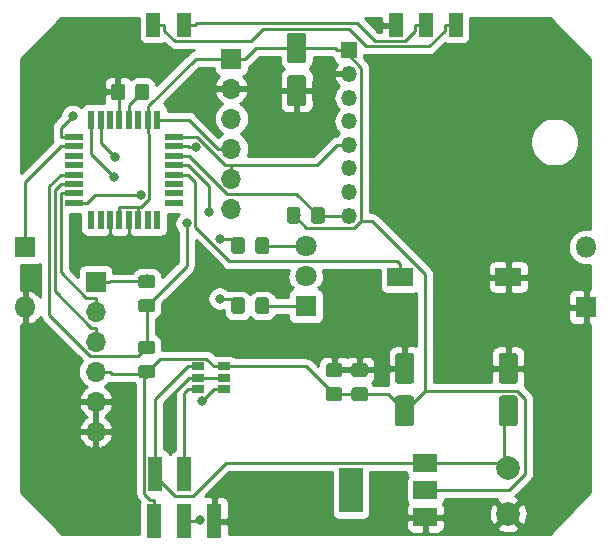
<source format=gbr>
G04 #@! TF.GenerationSoftware,KiCad,Pcbnew,(5.1.4)-1*
G04 #@! TF.CreationDate,2019-09-20T07:49:52+02:00*
G04 #@! TF.ProjectId,hb-rc-2-pbu-led,68622d72-632d-4322-9d70-62752d6c6564,rev?*
G04 #@! TF.SameCoordinates,Original*
G04 #@! TF.FileFunction,Copper,L1,Top*
G04 #@! TF.FilePolarity,Positive*
%FSLAX46Y46*%
G04 Gerber Fmt 4.6, Leading zero omitted, Abs format (unit mm)*
G04 Created by KiCad (PCBNEW (5.1.4)-1) date 2019-09-20 07:49:52*
%MOMM*%
%LPD*%
G04 APERTURE LIST*
%ADD10O,1.800000X1.800000*%
%ADD11R,1.800000X1.800000*%
%ADD12R,1.200000X2.000000*%
%ADD13R,1.200000X3.000000*%
%ADD14O,1.700000X1.700000*%
%ADD15R,1.700000X1.700000*%
%ADD16C,0.100000*%
%ADD17C,1.600000*%
%ADD18C,1.150000*%
%ADD19C,2.000000*%
%ADD20R,2.180000X1.600000*%
%ADD21R,1.060000X0.650000*%
%ADD22R,2.000000X3.800000*%
%ADD23R,2.000000X1.500000*%
%ADD24R,1.600000X0.550000*%
%ADD25R,0.550000X1.600000*%
%ADD26O,1.350000X1.350000*%
%ADD27R,1.350000X1.350000*%
%ADD28C,1.800000*%
%ADD29C,0.800000*%
%ADD30C,0.250000*%
%ADD31C,0.254000*%
G04 APERTURE END LIST*
D10*
X125984000Y-73025000D03*
D11*
X125984000Y-78105000D03*
D10*
X78486000Y-78105000D03*
D11*
X78486000Y-73025000D03*
D12*
X109855000Y-54229000D03*
X112395000Y-54229000D03*
X114935000Y-54229000D03*
X89344500Y-54229000D03*
X91948000Y-54229000D03*
D13*
X94488000Y-96227900D03*
X89382600Y-96227900D03*
X91922600Y-96215200D03*
X91922600Y-92278200D03*
X89509600Y-92202000D03*
D14*
X95948500Y-69761100D03*
X95948500Y-67221100D03*
X95948500Y-64681100D03*
X95948500Y-62141100D03*
X95948500Y-59601100D03*
D15*
X95948500Y-57061100D03*
D16*
G36*
X119954504Y-81991204D02*
G01*
X119978773Y-81994804D01*
X120002571Y-82000765D01*
X120025671Y-82009030D01*
X120047849Y-82019520D01*
X120068893Y-82032133D01*
X120088598Y-82046747D01*
X120106777Y-82063223D01*
X120123253Y-82081402D01*
X120137867Y-82101107D01*
X120150480Y-82122151D01*
X120160970Y-82144329D01*
X120169235Y-82167429D01*
X120175196Y-82191227D01*
X120178796Y-82215496D01*
X120180000Y-82240000D01*
X120180000Y-84340000D01*
X120178796Y-84364504D01*
X120175196Y-84388773D01*
X120169235Y-84412571D01*
X120160970Y-84435671D01*
X120150480Y-84457849D01*
X120137867Y-84478893D01*
X120123253Y-84498598D01*
X120106777Y-84516777D01*
X120088598Y-84533253D01*
X120068893Y-84547867D01*
X120047849Y-84560480D01*
X120025671Y-84570970D01*
X120002571Y-84579235D01*
X119978773Y-84585196D01*
X119954504Y-84588796D01*
X119930000Y-84590000D01*
X118830000Y-84590000D01*
X118805496Y-84588796D01*
X118781227Y-84585196D01*
X118757429Y-84579235D01*
X118734329Y-84570970D01*
X118712151Y-84560480D01*
X118691107Y-84547867D01*
X118671402Y-84533253D01*
X118653223Y-84516777D01*
X118636747Y-84498598D01*
X118622133Y-84478893D01*
X118609520Y-84457849D01*
X118599030Y-84435671D01*
X118590765Y-84412571D01*
X118584804Y-84388773D01*
X118581204Y-84364504D01*
X118580000Y-84340000D01*
X118580000Y-82240000D01*
X118581204Y-82215496D01*
X118584804Y-82191227D01*
X118590765Y-82167429D01*
X118599030Y-82144329D01*
X118609520Y-82122151D01*
X118622133Y-82101107D01*
X118636747Y-82081402D01*
X118653223Y-82063223D01*
X118671402Y-82046747D01*
X118691107Y-82032133D01*
X118712151Y-82019520D01*
X118734329Y-82009030D01*
X118757429Y-82000765D01*
X118781227Y-81994804D01*
X118805496Y-81991204D01*
X118830000Y-81990000D01*
X119930000Y-81990000D01*
X119954504Y-81991204D01*
X119954504Y-81991204D01*
G37*
D17*
X119380000Y-83290000D03*
D16*
G36*
X119954504Y-85591204D02*
G01*
X119978773Y-85594804D01*
X120002571Y-85600765D01*
X120025671Y-85609030D01*
X120047849Y-85619520D01*
X120068893Y-85632133D01*
X120088598Y-85646747D01*
X120106777Y-85663223D01*
X120123253Y-85681402D01*
X120137867Y-85701107D01*
X120150480Y-85722151D01*
X120160970Y-85744329D01*
X120169235Y-85767429D01*
X120175196Y-85791227D01*
X120178796Y-85815496D01*
X120180000Y-85840000D01*
X120180000Y-87940000D01*
X120178796Y-87964504D01*
X120175196Y-87988773D01*
X120169235Y-88012571D01*
X120160970Y-88035671D01*
X120150480Y-88057849D01*
X120137867Y-88078893D01*
X120123253Y-88098598D01*
X120106777Y-88116777D01*
X120088598Y-88133253D01*
X120068893Y-88147867D01*
X120047849Y-88160480D01*
X120025671Y-88170970D01*
X120002571Y-88179235D01*
X119978773Y-88185196D01*
X119954504Y-88188796D01*
X119930000Y-88190000D01*
X118830000Y-88190000D01*
X118805496Y-88188796D01*
X118781227Y-88185196D01*
X118757429Y-88179235D01*
X118734329Y-88170970D01*
X118712151Y-88160480D01*
X118691107Y-88147867D01*
X118671402Y-88133253D01*
X118653223Y-88116777D01*
X118636747Y-88098598D01*
X118622133Y-88078893D01*
X118609520Y-88057849D01*
X118599030Y-88035671D01*
X118590765Y-88012571D01*
X118584804Y-87988773D01*
X118581204Y-87964504D01*
X118580000Y-87940000D01*
X118580000Y-85840000D01*
X118581204Y-85815496D01*
X118584804Y-85791227D01*
X118590765Y-85767429D01*
X118599030Y-85744329D01*
X118609520Y-85722151D01*
X118622133Y-85701107D01*
X118636747Y-85681402D01*
X118653223Y-85663223D01*
X118671402Y-85646747D01*
X118691107Y-85632133D01*
X118712151Y-85619520D01*
X118734329Y-85609030D01*
X118757429Y-85600765D01*
X118781227Y-85594804D01*
X118805496Y-85591204D01*
X118830000Y-85590000D01*
X119930000Y-85590000D01*
X119954504Y-85591204D01*
X119954504Y-85591204D01*
G37*
D17*
X119380000Y-86890000D03*
D16*
G36*
X111191504Y-81991204D02*
G01*
X111215773Y-81994804D01*
X111239571Y-82000765D01*
X111262671Y-82009030D01*
X111284849Y-82019520D01*
X111305893Y-82032133D01*
X111325598Y-82046747D01*
X111343777Y-82063223D01*
X111360253Y-82081402D01*
X111374867Y-82101107D01*
X111387480Y-82122151D01*
X111397970Y-82144329D01*
X111406235Y-82167429D01*
X111412196Y-82191227D01*
X111415796Y-82215496D01*
X111417000Y-82240000D01*
X111417000Y-84340000D01*
X111415796Y-84364504D01*
X111412196Y-84388773D01*
X111406235Y-84412571D01*
X111397970Y-84435671D01*
X111387480Y-84457849D01*
X111374867Y-84478893D01*
X111360253Y-84498598D01*
X111343777Y-84516777D01*
X111325598Y-84533253D01*
X111305893Y-84547867D01*
X111284849Y-84560480D01*
X111262671Y-84570970D01*
X111239571Y-84579235D01*
X111215773Y-84585196D01*
X111191504Y-84588796D01*
X111167000Y-84590000D01*
X110067000Y-84590000D01*
X110042496Y-84588796D01*
X110018227Y-84585196D01*
X109994429Y-84579235D01*
X109971329Y-84570970D01*
X109949151Y-84560480D01*
X109928107Y-84547867D01*
X109908402Y-84533253D01*
X109890223Y-84516777D01*
X109873747Y-84498598D01*
X109859133Y-84478893D01*
X109846520Y-84457849D01*
X109836030Y-84435671D01*
X109827765Y-84412571D01*
X109821804Y-84388773D01*
X109818204Y-84364504D01*
X109817000Y-84340000D01*
X109817000Y-82240000D01*
X109818204Y-82215496D01*
X109821804Y-82191227D01*
X109827765Y-82167429D01*
X109836030Y-82144329D01*
X109846520Y-82122151D01*
X109859133Y-82101107D01*
X109873747Y-82081402D01*
X109890223Y-82063223D01*
X109908402Y-82046747D01*
X109928107Y-82032133D01*
X109949151Y-82019520D01*
X109971329Y-82009030D01*
X109994429Y-82000765D01*
X110018227Y-81994804D01*
X110042496Y-81991204D01*
X110067000Y-81990000D01*
X111167000Y-81990000D01*
X111191504Y-81991204D01*
X111191504Y-81991204D01*
G37*
D17*
X110617000Y-83290000D03*
D16*
G36*
X111191504Y-85591204D02*
G01*
X111215773Y-85594804D01*
X111239571Y-85600765D01*
X111262671Y-85609030D01*
X111284849Y-85619520D01*
X111305893Y-85632133D01*
X111325598Y-85646747D01*
X111343777Y-85663223D01*
X111360253Y-85681402D01*
X111374867Y-85701107D01*
X111387480Y-85722151D01*
X111397970Y-85744329D01*
X111406235Y-85767429D01*
X111412196Y-85791227D01*
X111415796Y-85815496D01*
X111417000Y-85840000D01*
X111417000Y-87940000D01*
X111415796Y-87964504D01*
X111412196Y-87988773D01*
X111406235Y-88012571D01*
X111397970Y-88035671D01*
X111387480Y-88057849D01*
X111374867Y-88078893D01*
X111360253Y-88098598D01*
X111343777Y-88116777D01*
X111325598Y-88133253D01*
X111305893Y-88147867D01*
X111284849Y-88160480D01*
X111262671Y-88170970D01*
X111239571Y-88179235D01*
X111215773Y-88185196D01*
X111191504Y-88188796D01*
X111167000Y-88190000D01*
X110067000Y-88190000D01*
X110042496Y-88188796D01*
X110018227Y-88185196D01*
X109994429Y-88179235D01*
X109971329Y-88170970D01*
X109949151Y-88160480D01*
X109928107Y-88147867D01*
X109908402Y-88133253D01*
X109890223Y-88116777D01*
X109873747Y-88098598D01*
X109859133Y-88078893D01*
X109846520Y-88057849D01*
X109836030Y-88035671D01*
X109827765Y-88012571D01*
X109821804Y-87988773D01*
X109818204Y-87964504D01*
X109817000Y-87940000D01*
X109817000Y-85840000D01*
X109818204Y-85815496D01*
X109821804Y-85791227D01*
X109827765Y-85767429D01*
X109836030Y-85744329D01*
X109846520Y-85722151D01*
X109859133Y-85701107D01*
X109873747Y-85681402D01*
X109890223Y-85663223D01*
X109908402Y-85646747D01*
X109928107Y-85632133D01*
X109949151Y-85619520D01*
X109971329Y-85609030D01*
X109994429Y-85600765D01*
X110018227Y-85594804D01*
X110042496Y-85591204D01*
X110067000Y-85590000D01*
X111167000Y-85590000D01*
X111191504Y-85591204D01*
X111191504Y-85591204D01*
G37*
D17*
X110617000Y-86890000D03*
D16*
G36*
X102034504Y-58476704D02*
G01*
X102058773Y-58480304D01*
X102082571Y-58486265D01*
X102105671Y-58494530D01*
X102127849Y-58505020D01*
X102148893Y-58517633D01*
X102168598Y-58532247D01*
X102186777Y-58548723D01*
X102203253Y-58566902D01*
X102217867Y-58586607D01*
X102230480Y-58607651D01*
X102240970Y-58629829D01*
X102249235Y-58652929D01*
X102255196Y-58676727D01*
X102258796Y-58700996D01*
X102260000Y-58725500D01*
X102260000Y-60825500D01*
X102258796Y-60850004D01*
X102255196Y-60874273D01*
X102249235Y-60898071D01*
X102240970Y-60921171D01*
X102230480Y-60943349D01*
X102217867Y-60964393D01*
X102203253Y-60984098D01*
X102186777Y-61002277D01*
X102168598Y-61018753D01*
X102148893Y-61033367D01*
X102127849Y-61045980D01*
X102105671Y-61056470D01*
X102082571Y-61064735D01*
X102058773Y-61070696D01*
X102034504Y-61074296D01*
X102010000Y-61075500D01*
X100910000Y-61075500D01*
X100885496Y-61074296D01*
X100861227Y-61070696D01*
X100837429Y-61064735D01*
X100814329Y-61056470D01*
X100792151Y-61045980D01*
X100771107Y-61033367D01*
X100751402Y-61018753D01*
X100733223Y-61002277D01*
X100716747Y-60984098D01*
X100702133Y-60964393D01*
X100689520Y-60943349D01*
X100679030Y-60921171D01*
X100670765Y-60898071D01*
X100664804Y-60874273D01*
X100661204Y-60850004D01*
X100660000Y-60825500D01*
X100660000Y-58725500D01*
X100661204Y-58700996D01*
X100664804Y-58676727D01*
X100670765Y-58652929D01*
X100679030Y-58629829D01*
X100689520Y-58607651D01*
X100702133Y-58586607D01*
X100716747Y-58566902D01*
X100733223Y-58548723D01*
X100751402Y-58532247D01*
X100771107Y-58517633D01*
X100792151Y-58505020D01*
X100814329Y-58494530D01*
X100837429Y-58486265D01*
X100861227Y-58480304D01*
X100885496Y-58476704D01*
X100910000Y-58475500D01*
X102010000Y-58475500D01*
X102034504Y-58476704D01*
X102034504Y-58476704D01*
G37*
D17*
X101460000Y-59775500D03*
D16*
G36*
X102034504Y-54876704D02*
G01*
X102058773Y-54880304D01*
X102082571Y-54886265D01*
X102105671Y-54894530D01*
X102127849Y-54905020D01*
X102148893Y-54917633D01*
X102168598Y-54932247D01*
X102186777Y-54948723D01*
X102203253Y-54966902D01*
X102217867Y-54986607D01*
X102230480Y-55007651D01*
X102240970Y-55029829D01*
X102249235Y-55052929D01*
X102255196Y-55076727D01*
X102258796Y-55100996D01*
X102260000Y-55125500D01*
X102260000Y-57225500D01*
X102258796Y-57250004D01*
X102255196Y-57274273D01*
X102249235Y-57298071D01*
X102240970Y-57321171D01*
X102230480Y-57343349D01*
X102217867Y-57364393D01*
X102203253Y-57384098D01*
X102186777Y-57402277D01*
X102168598Y-57418753D01*
X102148893Y-57433367D01*
X102127849Y-57445980D01*
X102105671Y-57456470D01*
X102082571Y-57464735D01*
X102058773Y-57470696D01*
X102034504Y-57474296D01*
X102010000Y-57475500D01*
X100910000Y-57475500D01*
X100885496Y-57474296D01*
X100861227Y-57470696D01*
X100837429Y-57464735D01*
X100814329Y-57456470D01*
X100792151Y-57445980D01*
X100771107Y-57433367D01*
X100751402Y-57418753D01*
X100733223Y-57402277D01*
X100716747Y-57384098D01*
X100702133Y-57364393D01*
X100689520Y-57343349D01*
X100679030Y-57321171D01*
X100670765Y-57298071D01*
X100664804Y-57274273D01*
X100661204Y-57250004D01*
X100660000Y-57225500D01*
X100660000Y-55125500D01*
X100661204Y-55100996D01*
X100664804Y-55076727D01*
X100670765Y-55052929D01*
X100679030Y-55029829D01*
X100689520Y-55007651D01*
X100702133Y-54986607D01*
X100716747Y-54966902D01*
X100733223Y-54948723D01*
X100751402Y-54932247D01*
X100771107Y-54917633D01*
X100792151Y-54905020D01*
X100814329Y-54894530D01*
X100837429Y-54886265D01*
X100861227Y-54880304D01*
X100885496Y-54876704D01*
X100910000Y-54875500D01*
X102010000Y-54875500D01*
X102034504Y-54876704D01*
X102034504Y-54876704D01*
G37*
D17*
X101460000Y-56175500D03*
D16*
G36*
X103618505Y-69633804D02*
G01*
X103642773Y-69637404D01*
X103666572Y-69643365D01*
X103689671Y-69651630D01*
X103711850Y-69662120D01*
X103732893Y-69674732D01*
X103752599Y-69689347D01*
X103770777Y-69705823D01*
X103787253Y-69724001D01*
X103801868Y-69743707D01*
X103814480Y-69764750D01*
X103824970Y-69786929D01*
X103833235Y-69810028D01*
X103839196Y-69833827D01*
X103842796Y-69858095D01*
X103844000Y-69882599D01*
X103844000Y-70782601D01*
X103842796Y-70807105D01*
X103839196Y-70831373D01*
X103833235Y-70855172D01*
X103824970Y-70878271D01*
X103814480Y-70900450D01*
X103801868Y-70921493D01*
X103787253Y-70941199D01*
X103770777Y-70959377D01*
X103752599Y-70975853D01*
X103732893Y-70990468D01*
X103711850Y-71003080D01*
X103689671Y-71013570D01*
X103666572Y-71021835D01*
X103642773Y-71027796D01*
X103618505Y-71031396D01*
X103594001Y-71032600D01*
X102943999Y-71032600D01*
X102919495Y-71031396D01*
X102895227Y-71027796D01*
X102871428Y-71021835D01*
X102848329Y-71013570D01*
X102826150Y-71003080D01*
X102805107Y-70990468D01*
X102785401Y-70975853D01*
X102767223Y-70959377D01*
X102750747Y-70941199D01*
X102736132Y-70921493D01*
X102723520Y-70900450D01*
X102713030Y-70878271D01*
X102704765Y-70855172D01*
X102698804Y-70831373D01*
X102695204Y-70807105D01*
X102694000Y-70782601D01*
X102694000Y-69882599D01*
X102695204Y-69858095D01*
X102698804Y-69833827D01*
X102704765Y-69810028D01*
X102713030Y-69786929D01*
X102723520Y-69764750D01*
X102736132Y-69743707D01*
X102750747Y-69724001D01*
X102767223Y-69705823D01*
X102785401Y-69689347D01*
X102805107Y-69674732D01*
X102826150Y-69662120D01*
X102848329Y-69651630D01*
X102871428Y-69643365D01*
X102895227Y-69637404D01*
X102919495Y-69633804D01*
X102943999Y-69632600D01*
X103594001Y-69632600D01*
X103618505Y-69633804D01*
X103618505Y-69633804D01*
G37*
D18*
X103269000Y-70332600D03*
D16*
G36*
X101568505Y-69633804D02*
G01*
X101592773Y-69637404D01*
X101616572Y-69643365D01*
X101639671Y-69651630D01*
X101661850Y-69662120D01*
X101682893Y-69674732D01*
X101702599Y-69689347D01*
X101720777Y-69705823D01*
X101737253Y-69724001D01*
X101751868Y-69743707D01*
X101764480Y-69764750D01*
X101774970Y-69786929D01*
X101783235Y-69810028D01*
X101789196Y-69833827D01*
X101792796Y-69858095D01*
X101794000Y-69882599D01*
X101794000Y-70782601D01*
X101792796Y-70807105D01*
X101789196Y-70831373D01*
X101783235Y-70855172D01*
X101774970Y-70878271D01*
X101764480Y-70900450D01*
X101751868Y-70921493D01*
X101737253Y-70941199D01*
X101720777Y-70959377D01*
X101702599Y-70975853D01*
X101682893Y-70990468D01*
X101661850Y-71003080D01*
X101639671Y-71013570D01*
X101616572Y-71021835D01*
X101592773Y-71027796D01*
X101568505Y-71031396D01*
X101544001Y-71032600D01*
X100893999Y-71032600D01*
X100869495Y-71031396D01*
X100845227Y-71027796D01*
X100821428Y-71021835D01*
X100798329Y-71013570D01*
X100776150Y-71003080D01*
X100755107Y-70990468D01*
X100735401Y-70975853D01*
X100717223Y-70959377D01*
X100700747Y-70941199D01*
X100686132Y-70921493D01*
X100673520Y-70900450D01*
X100663030Y-70878271D01*
X100654765Y-70855172D01*
X100648804Y-70831373D01*
X100645204Y-70807105D01*
X100644000Y-70782601D01*
X100644000Y-69882599D01*
X100645204Y-69858095D01*
X100648804Y-69833827D01*
X100654765Y-69810028D01*
X100663030Y-69786929D01*
X100673520Y-69764750D01*
X100686132Y-69743707D01*
X100700747Y-69724001D01*
X100717223Y-69705823D01*
X100735401Y-69689347D01*
X100755107Y-69674732D01*
X100776150Y-69662120D01*
X100798329Y-69651630D01*
X100821428Y-69643365D01*
X100845227Y-69637404D01*
X100869495Y-69633804D01*
X100893999Y-69632600D01*
X101544001Y-69632600D01*
X101568505Y-69633804D01*
X101568505Y-69633804D01*
G37*
D18*
X101219000Y-70332600D03*
D16*
G36*
X89247505Y-80942204D02*
G01*
X89271773Y-80945804D01*
X89295572Y-80951765D01*
X89318671Y-80960030D01*
X89340850Y-80970520D01*
X89361893Y-80983132D01*
X89381599Y-80997747D01*
X89399777Y-81014223D01*
X89416253Y-81032401D01*
X89430868Y-81052107D01*
X89443480Y-81073150D01*
X89453970Y-81095329D01*
X89462235Y-81118428D01*
X89468196Y-81142227D01*
X89471796Y-81166495D01*
X89473000Y-81190999D01*
X89473000Y-81841001D01*
X89471796Y-81865505D01*
X89468196Y-81889773D01*
X89462235Y-81913572D01*
X89453970Y-81936671D01*
X89443480Y-81958850D01*
X89430868Y-81979893D01*
X89416253Y-81999599D01*
X89399777Y-82017777D01*
X89381599Y-82034253D01*
X89361893Y-82048868D01*
X89340850Y-82061480D01*
X89318671Y-82071970D01*
X89295572Y-82080235D01*
X89271773Y-82086196D01*
X89247505Y-82089796D01*
X89223001Y-82091000D01*
X88322999Y-82091000D01*
X88298495Y-82089796D01*
X88274227Y-82086196D01*
X88250428Y-82080235D01*
X88227329Y-82071970D01*
X88205150Y-82061480D01*
X88184107Y-82048868D01*
X88164401Y-82034253D01*
X88146223Y-82017777D01*
X88129747Y-81999599D01*
X88115132Y-81979893D01*
X88102520Y-81958850D01*
X88092030Y-81936671D01*
X88083765Y-81913572D01*
X88077804Y-81889773D01*
X88074204Y-81865505D01*
X88073000Y-81841001D01*
X88073000Y-81190999D01*
X88074204Y-81166495D01*
X88077804Y-81142227D01*
X88083765Y-81118428D01*
X88092030Y-81095329D01*
X88102520Y-81073150D01*
X88115132Y-81052107D01*
X88129747Y-81032401D01*
X88146223Y-81014223D01*
X88164401Y-80997747D01*
X88184107Y-80983132D01*
X88205150Y-80970520D01*
X88227329Y-80960030D01*
X88250428Y-80951765D01*
X88274227Y-80945804D01*
X88298495Y-80942204D01*
X88322999Y-80941000D01*
X89223001Y-80941000D01*
X89247505Y-80942204D01*
X89247505Y-80942204D01*
G37*
D18*
X88773000Y-81516000D03*
D16*
G36*
X89247505Y-82992204D02*
G01*
X89271773Y-82995804D01*
X89295572Y-83001765D01*
X89318671Y-83010030D01*
X89340850Y-83020520D01*
X89361893Y-83033132D01*
X89381599Y-83047747D01*
X89399777Y-83064223D01*
X89416253Y-83082401D01*
X89430868Y-83102107D01*
X89443480Y-83123150D01*
X89453970Y-83145329D01*
X89462235Y-83168428D01*
X89468196Y-83192227D01*
X89471796Y-83216495D01*
X89473000Y-83240999D01*
X89473000Y-83891001D01*
X89471796Y-83915505D01*
X89468196Y-83939773D01*
X89462235Y-83963572D01*
X89453970Y-83986671D01*
X89443480Y-84008850D01*
X89430868Y-84029893D01*
X89416253Y-84049599D01*
X89399777Y-84067777D01*
X89381599Y-84084253D01*
X89361893Y-84098868D01*
X89340850Y-84111480D01*
X89318671Y-84121970D01*
X89295572Y-84130235D01*
X89271773Y-84136196D01*
X89247505Y-84139796D01*
X89223001Y-84141000D01*
X88322999Y-84141000D01*
X88298495Y-84139796D01*
X88274227Y-84136196D01*
X88250428Y-84130235D01*
X88227329Y-84121970D01*
X88205150Y-84111480D01*
X88184107Y-84098868D01*
X88164401Y-84084253D01*
X88146223Y-84067777D01*
X88129747Y-84049599D01*
X88115132Y-84029893D01*
X88102520Y-84008850D01*
X88092030Y-83986671D01*
X88083765Y-83963572D01*
X88077804Y-83939773D01*
X88074204Y-83915505D01*
X88073000Y-83891001D01*
X88073000Y-83240999D01*
X88074204Y-83216495D01*
X88077804Y-83192227D01*
X88083765Y-83168428D01*
X88092030Y-83145329D01*
X88102520Y-83123150D01*
X88115132Y-83102107D01*
X88129747Y-83082401D01*
X88146223Y-83064223D01*
X88164401Y-83047747D01*
X88184107Y-83033132D01*
X88205150Y-83020520D01*
X88227329Y-83010030D01*
X88250428Y-83001765D01*
X88274227Y-82995804D01*
X88298495Y-82992204D01*
X88322999Y-82991000D01*
X89223001Y-82991000D01*
X89247505Y-82992204D01*
X89247505Y-82992204D01*
G37*
D18*
X88773000Y-83566000D03*
D16*
G36*
X98901505Y-72199204D02*
G01*
X98925773Y-72202804D01*
X98949572Y-72208765D01*
X98972671Y-72217030D01*
X98994850Y-72227520D01*
X99015893Y-72240132D01*
X99035599Y-72254747D01*
X99053777Y-72271223D01*
X99070253Y-72289401D01*
X99084868Y-72309107D01*
X99097480Y-72330150D01*
X99107970Y-72352329D01*
X99116235Y-72375428D01*
X99122196Y-72399227D01*
X99125796Y-72423495D01*
X99127000Y-72447999D01*
X99127000Y-73348001D01*
X99125796Y-73372505D01*
X99122196Y-73396773D01*
X99116235Y-73420572D01*
X99107970Y-73443671D01*
X99097480Y-73465850D01*
X99084868Y-73486893D01*
X99070253Y-73506599D01*
X99053777Y-73524777D01*
X99035599Y-73541253D01*
X99015893Y-73555868D01*
X98994850Y-73568480D01*
X98972671Y-73578970D01*
X98949572Y-73587235D01*
X98925773Y-73593196D01*
X98901505Y-73596796D01*
X98877001Y-73598000D01*
X98226999Y-73598000D01*
X98202495Y-73596796D01*
X98178227Y-73593196D01*
X98154428Y-73587235D01*
X98131329Y-73578970D01*
X98109150Y-73568480D01*
X98088107Y-73555868D01*
X98068401Y-73541253D01*
X98050223Y-73524777D01*
X98033747Y-73506599D01*
X98019132Y-73486893D01*
X98006520Y-73465850D01*
X97996030Y-73443671D01*
X97987765Y-73420572D01*
X97981804Y-73396773D01*
X97978204Y-73372505D01*
X97977000Y-73348001D01*
X97977000Y-72447999D01*
X97978204Y-72423495D01*
X97981804Y-72399227D01*
X97987765Y-72375428D01*
X97996030Y-72352329D01*
X98006520Y-72330150D01*
X98019132Y-72309107D01*
X98033747Y-72289401D01*
X98050223Y-72271223D01*
X98068401Y-72254747D01*
X98088107Y-72240132D01*
X98109150Y-72227520D01*
X98131329Y-72217030D01*
X98154428Y-72208765D01*
X98178227Y-72202804D01*
X98202495Y-72199204D01*
X98226999Y-72198000D01*
X98877001Y-72198000D01*
X98901505Y-72199204D01*
X98901505Y-72199204D01*
G37*
D18*
X98552000Y-72898000D03*
D16*
G36*
X96851505Y-72199204D02*
G01*
X96875773Y-72202804D01*
X96899572Y-72208765D01*
X96922671Y-72217030D01*
X96944850Y-72227520D01*
X96965893Y-72240132D01*
X96985599Y-72254747D01*
X97003777Y-72271223D01*
X97020253Y-72289401D01*
X97034868Y-72309107D01*
X97047480Y-72330150D01*
X97057970Y-72352329D01*
X97066235Y-72375428D01*
X97072196Y-72399227D01*
X97075796Y-72423495D01*
X97077000Y-72447999D01*
X97077000Y-73348001D01*
X97075796Y-73372505D01*
X97072196Y-73396773D01*
X97066235Y-73420572D01*
X97057970Y-73443671D01*
X97047480Y-73465850D01*
X97034868Y-73486893D01*
X97020253Y-73506599D01*
X97003777Y-73524777D01*
X96985599Y-73541253D01*
X96965893Y-73555868D01*
X96944850Y-73568480D01*
X96922671Y-73578970D01*
X96899572Y-73587235D01*
X96875773Y-73593196D01*
X96851505Y-73596796D01*
X96827001Y-73598000D01*
X96176999Y-73598000D01*
X96152495Y-73596796D01*
X96128227Y-73593196D01*
X96104428Y-73587235D01*
X96081329Y-73578970D01*
X96059150Y-73568480D01*
X96038107Y-73555868D01*
X96018401Y-73541253D01*
X96000223Y-73524777D01*
X95983747Y-73506599D01*
X95969132Y-73486893D01*
X95956520Y-73465850D01*
X95946030Y-73443671D01*
X95937765Y-73420572D01*
X95931804Y-73396773D01*
X95928204Y-73372505D01*
X95927000Y-73348001D01*
X95927000Y-72447999D01*
X95928204Y-72423495D01*
X95931804Y-72399227D01*
X95937765Y-72375428D01*
X95946030Y-72352329D01*
X95956520Y-72330150D01*
X95969132Y-72309107D01*
X95983747Y-72289401D01*
X96000223Y-72271223D01*
X96018401Y-72254747D01*
X96038107Y-72240132D01*
X96059150Y-72227520D01*
X96081329Y-72217030D01*
X96104428Y-72208765D01*
X96128227Y-72202804D01*
X96152495Y-72199204D01*
X96176999Y-72198000D01*
X96827001Y-72198000D01*
X96851505Y-72199204D01*
X96851505Y-72199204D01*
G37*
D18*
X96502000Y-72898000D03*
D16*
G36*
X98901505Y-77279204D02*
G01*
X98925773Y-77282804D01*
X98949572Y-77288765D01*
X98972671Y-77297030D01*
X98994850Y-77307520D01*
X99015893Y-77320132D01*
X99035599Y-77334747D01*
X99053777Y-77351223D01*
X99070253Y-77369401D01*
X99084868Y-77389107D01*
X99097480Y-77410150D01*
X99107970Y-77432329D01*
X99116235Y-77455428D01*
X99122196Y-77479227D01*
X99125796Y-77503495D01*
X99127000Y-77527999D01*
X99127000Y-78428001D01*
X99125796Y-78452505D01*
X99122196Y-78476773D01*
X99116235Y-78500572D01*
X99107970Y-78523671D01*
X99097480Y-78545850D01*
X99084868Y-78566893D01*
X99070253Y-78586599D01*
X99053777Y-78604777D01*
X99035599Y-78621253D01*
X99015893Y-78635868D01*
X98994850Y-78648480D01*
X98972671Y-78658970D01*
X98949572Y-78667235D01*
X98925773Y-78673196D01*
X98901505Y-78676796D01*
X98877001Y-78678000D01*
X98226999Y-78678000D01*
X98202495Y-78676796D01*
X98178227Y-78673196D01*
X98154428Y-78667235D01*
X98131329Y-78658970D01*
X98109150Y-78648480D01*
X98088107Y-78635868D01*
X98068401Y-78621253D01*
X98050223Y-78604777D01*
X98033747Y-78586599D01*
X98019132Y-78566893D01*
X98006520Y-78545850D01*
X97996030Y-78523671D01*
X97987765Y-78500572D01*
X97981804Y-78476773D01*
X97978204Y-78452505D01*
X97977000Y-78428001D01*
X97977000Y-77527999D01*
X97978204Y-77503495D01*
X97981804Y-77479227D01*
X97987765Y-77455428D01*
X97996030Y-77432329D01*
X98006520Y-77410150D01*
X98019132Y-77389107D01*
X98033747Y-77369401D01*
X98050223Y-77351223D01*
X98068401Y-77334747D01*
X98088107Y-77320132D01*
X98109150Y-77307520D01*
X98131329Y-77297030D01*
X98154428Y-77288765D01*
X98178227Y-77282804D01*
X98202495Y-77279204D01*
X98226999Y-77278000D01*
X98877001Y-77278000D01*
X98901505Y-77279204D01*
X98901505Y-77279204D01*
G37*
D18*
X98552000Y-77978000D03*
D16*
G36*
X96851505Y-77279204D02*
G01*
X96875773Y-77282804D01*
X96899572Y-77288765D01*
X96922671Y-77297030D01*
X96944850Y-77307520D01*
X96965893Y-77320132D01*
X96985599Y-77334747D01*
X97003777Y-77351223D01*
X97020253Y-77369401D01*
X97034868Y-77389107D01*
X97047480Y-77410150D01*
X97057970Y-77432329D01*
X97066235Y-77455428D01*
X97072196Y-77479227D01*
X97075796Y-77503495D01*
X97077000Y-77527999D01*
X97077000Y-78428001D01*
X97075796Y-78452505D01*
X97072196Y-78476773D01*
X97066235Y-78500572D01*
X97057970Y-78523671D01*
X97047480Y-78545850D01*
X97034868Y-78566893D01*
X97020253Y-78586599D01*
X97003777Y-78604777D01*
X96985599Y-78621253D01*
X96965893Y-78635868D01*
X96944850Y-78648480D01*
X96922671Y-78658970D01*
X96899572Y-78667235D01*
X96875773Y-78673196D01*
X96851505Y-78676796D01*
X96827001Y-78678000D01*
X96176999Y-78678000D01*
X96152495Y-78676796D01*
X96128227Y-78673196D01*
X96104428Y-78667235D01*
X96081329Y-78658970D01*
X96059150Y-78648480D01*
X96038107Y-78635868D01*
X96018401Y-78621253D01*
X96000223Y-78604777D01*
X95983747Y-78586599D01*
X95969132Y-78566893D01*
X95956520Y-78545850D01*
X95946030Y-78523671D01*
X95937765Y-78500572D01*
X95931804Y-78476773D01*
X95928204Y-78452505D01*
X95927000Y-78428001D01*
X95927000Y-77527999D01*
X95928204Y-77503495D01*
X95931804Y-77479227D01*
X95937765Y-77455428D01*
X95946030Y-77432329D01*
X95956520Y-77410150D01*
X95969132Y-77389107D01*
X95983747Y-77369401D01*
X96000223Y-77351223D01*
X96018401Y-77334747D01*
X96038107Y-77320132D01*
X96059150Y-77307520D01*
X96081329Y-77297030D01*
X96104428Y-77288765D01*
X96128227Y-77282804D01*
X96152495Y-77279204D01*
X96176999Y-77278000D01*
X96827001Y-77278000D01*
X96851505Y-77279204D01*
X96851505Y-77279204D01*
G37*
D18*
X96502000Y-77978000D03*
D16*
G36*
X86691505Y-59181704D02*
G01*
X86715773Y-59185304D01*
X86739572Y-59191265D01*
X86762671Y-59199530D01*
X86784850Y-59210020D01*
X86805893Y-59222632D01*
X86825599Y-59237247D01*
X86843777Y-59253723D01*
X86860253Y-59271901D01*
X86874868Y-59291607D01*
X86887480Y-59312650D01*
X86897970Y-59334829D01*
X86906235Y-59357928D01*
X86912196Y-59381727D01*
X86915796Y-59405995D01*
X86917000Y-59430499D01*
X86917000Y-60330501D01*
X86915796Y-60355005D01*
X86912196Y-60379273D01*
X86906235Y-60403072D01*
X86897970Y-60426171D01*
X86887480Y-60448350D01*
X86874868Y-60469393D01*
X86860253Y-60489099D01*
X86843777Y-60507277D01*
X86825599Y-60523753D01*
X86805893Y-60538368D01*
X86784850Y-60550980D01*
X86762671Y-60561470D01*
X86739572Y-60569735D01*
X86715773Y-60575696D01*
X86691505Y-60579296D01*
X86667001Y-60580500D01*
X86016999Y-60580500D01*
X85992495Y-60579296D01*
X85968227Y-60575696D01*
X85944428Y-60569735D01*
X85921329Y-60561470D01*
X85899150Y-60550980D01*
X85878107Y-60538368D01*
X85858401Y-60523753D01*
X85840223Y-60507277D01*
X85823747Y-60489099D01*
X85809132Y-60469393D01*
X85796520Y-60448350D01*
X85786030Y-60426171D01*
X85777765Y-60403072D01*
X85771804Y-60379273D01*
X85768204Y-60355005D01*
X85767000Y-60330501D01*
X85767000Y-59430499D01*
X85768204Y-59405995D01*
X85771804Y-59381727D01*
X85777765Y-59357928D01*
X85786030Y-59334829D01*
X85796520Y-59312650D01*
X85809132Y-59291607D01*
X85823747Y-59271901D01*
X85840223Y-59253723D01*
X85858401Y-59237247D01*
X85878107Y-59222632D01*
X85899150Y-59210020D01*
X85921329Y-59199530D01*
X85944428Y-59191265D01*
X85968227Y-59185304D01*
X85992495Y-59181704D01*
X86016999Y-59180500D01*
X86667001Y-59180500D01*
X86691505Y-59181704D01*
X86691505Y-59181704D01*
G37*
D18*
X86342000Y-59880500D03*
D16*
G36*
X88741505Y-59181704D02*
G01*
X88765773Y-59185304D01*
X88789572Y-59191265D01*
X88812671Y-59199530D01*
X88834850Y-59210020D01*
X88855893Y-59222632D01*
X88875599Y-59237247D01*
X88893777Y-59253723D01*
X88910253Y-59271901D01*
X88924868Y-59291607D01*
X88937480Y-59312650D01*
X88947970Y-59334829D01*
X88956235Y-59357928D01*
X88962196Y-59381727D01*
X88965796Y-59405995D01*
X88967000Y-59430499D01*
X88967000Y-60330501D01*
X88965796Y-60355005D01*
X88962196Y-60379273D01*
X88956235Y-60403072D01*
X88947970Y-60426171D01*
X88937480Y-60448350D01*
X88924868Y-60469393D01*
X88910253Y-60489099D01*
X88893777Y-60507277D01*
X88875599Y-60523753D01*
X88855893Y-60538368D01*
X88834850Y-60550980D01*
X88812671Y-60561470D01*
X88789572Y-60569735D01*
X88765773Y-60575696D01*
X88741505Y-60579296D01*
X88717001Y-60580500D01*
X88066999Y-60580500D01*
X88042495Y-60579296D01*
X88018227Y-60575696D01*
X87994428Y-60569735D01*
X87971329Y-60561470D01*
X87949150Y-60550980D01*
X87928107Y-60538368D01*
X87908401Y-60523753D01*
X87890223Y-60507277D01*
X87873747Y-60489099D01*
X87859132Y-60469393D01*
X87846520Y-60448350D01*
X87836030Y-60426171D01*
X87827765Y-60403072D01*
X87821804Y-60379273D01*
X87818204Y-60355005D01*
X87817000Y-60330501D01*
X87817000Y-59430499D01*
X87818204Y-59405995D01*
X87821804Y-59381727D01*
X87827765Y-59357928D01*
X87836030Y-59334829D01*
X87846520Y-59312650D01*
X87859132Y-59291607D01*
X87873747Y-59271901D01*
X87890223Y-59253723D01*
X87908401Y-59237247D01*
X87928107Y-59222632D01*
X87949150Y-59210020D01*
X87971329Y-59199530D01*
X87994428Y-59191265D01*
X88018227Y-59185304D01*
X88042495Y-59181704D01*
X88066999Y-59180500D01*
X88717001Y-59180500D01*
X88741505Y-59181704D01*
X88741505Y-59181704D01*
G37*
D18*
X88392000Y-59880500D03*
D16*
G36*
X107281505Y-82856204D02*
G01*
X107305773Y-82859804D01*
X107329572Y-82865765D01*
X107352671Y-82874030D01*
X107374850Y-82884520D01*
X107395893Y-82897132D01*
X107415599Y-82911747D01*
X107433777Y-82928223D01*
X107450253Y-82946401D01*
X107464868Y-82966107D01*
X107477480Y-82987150D01*
X107487970Y-83009329D01*
X107496235Y-83032428D01*
X107502196Y-83056227D01*
X107505796Y-83080495D01*
X107507000Y-83104999D01*
X107507000Y-83755001D01*
X107505796Y-83779505D01*
X107502196Y-83803773D01*
X107496235Y-83827572D01*
X107487970Y-83850671D01*
X107477480Y-83872850D01*
X107464868Y-83893893D01*
X107450253Y-83913599D01*
X107433777Y-83931777D01*
X107415599Y-83948253D01*
X107395893Y-83962868D01*
X107374850Y-83975480D01*
X107352671Y-83985970D01*
X107329572Y-83994235D01*
X107305773Y-84000196D01*
X107281505Y-84003796D01*
X107257001Y-84005000D01*
X106356999Y-84005000D01*
X106332495Y-84003796D01*
X106308227Y-84000196D01*
X106284428Y-83994235D01*
X106261329Y-83985970D01*
X106239150Y-83975480D01*
X106218107Y-83962868D01*
X106198401Y-83948253D01*
X106180223Y-83931777D01*
X106163747Y-83913599D01*
X106149132Y-83893893D01*
X106136520Y-83872850D01*
X106126030Y-83850671D01*
X106117765Y-83827572D01*
X106111804Y-83803773D01*
X106108204Y-83779505D01*
X106107000Y-83755001D01*
X106107000Y-83104999D01*
X106108204Y-83080495D01*
X106111804Y-83056227D01*
X106117765Y-83032428D01*
X106126030Y-83009329D01*
X106136520Y-82987150D01*
X106149132Y-82966107D01*
X106163747Y-82946401D01*
X106180223Y-82928223D01*
X106198401Y-82911747D01*
X106218107Y-82897132D01*
X106239150Y-82884520D01*
X106261329Y-82874030D01*
X106284428Y-82865765D01*
X106308227Y-82859804D01*
X106332495Y-82856204D01*
X106356999Y-82855000D01*
X107257001Y-82855000D01*
X107281505Y-82856204D01*
X107281505Y-82856204D01*
G37*
D18*
X106807000Y-83430000D03*
D16*
G36*
X107281505Y-84906204D02*
G01*
X107305773Y-84909804D01*
X107329572Y-84915765D01*
X107352671Y-84924030D01*
X107374850Y-84934520D01*
X107395893Y-84947132D01*
X107415599Y-84961747D01*
X107433777Y-84978223D01*
X107450253Y-84996401D01*
X107464868Y-85016107D01*
X107477480Y-85037150D01*
X107487970Y-85059329D01*
X107496235Y-85082428D01*
X107502196Y-85106227D01*
X107505796Y-85130495D01*
X107507000Y-85154999D01*
X107507000Y-85805001D01*
X107505796Y-85829505D01*
X107502196Y-85853773D01*
X107496235Y-85877572D01*
X107487970Y-85900671D01*
X107477480Y-85922850D01*
X107464868Y-85943893D01*
X107450253Y-85963599D01*
X107433777Y-85981777D01*
X107415599Y-85998253D01*
X107395893Y-86012868D01*
X107374850Y-86025480D01*
X107352671Y-86035970D01*
X107329572Y-86044235D01*
X107305773Y-86050196D01*
X107281505Y-86053796D01*
X107257001Y-86055000D01*
X106356999Y-86055000D01*
X106332495Y-86053796D01*
X106308227Y-86050196D01*
X106284428Y-86044235D01*
X106261329Y-86035970D01*
X106239150Y-86025480D01*
X106218107Y-86012868D01*
X106198401Y-85998253D01*
X106180223Y-85981777D01*
X106163747Y-85963599D01*
X106149132Y-85943893D01*
X106136520Y-85922850D01*
X106126030Y-85900671D01*
X106117765Y-85877572D01*
X106111804Y-85853773D01*
X106108204Y-85829505D01*
X106107000Y-85805001D01*
X106107000Y-85154999D01*
X106108204Y-85130495D01*
X106111804Y-85106227D01*
X106117765Y-85082428D01*
X106126030Y-85059329D01*
X106136520Y-85037150D01*
X106149132Y-85016107D01*
X106163747Y-84996401D01*
X106180223Y-84978223D01*
X106198401Y-84961747D01*
X106218107Y-84947132D01*
X106239150Y-84934520D01*
X106261329Y-84924030D01*
X106284428Y-84915765D01*
X106308227Y-84909804D01*
X106332495Y-84906204D01*
X106356999Y-84905000D01*
X107257001Y-84905000D01*
X107281505Y-84906204D01*
X107281505Y-84906204D01*
G37*
D18*
X106807000Y-85480000D03*
D16*
G36*
X105122505Y-82856204D02*
G01*
X105146773Y-82859804D01*
X105170572Y-82865765D01*
X105193671Y-82874030D01*
X105215850Y-82884520D01*
X105236893Y-82897132D01*
X105256599Y-82911747D01*
X105274777Y-82928223D01*
X105291253Y-82946401D01*
X105305868Y-82966107D01*
X105318480Y-82987150D01*
X105328970Y-83009329D01*
X105337235Y-83032428D01*
X105343196Y-83056227D01*
X105346796Y-83080495D01*
X105348000Y-83104999D01*
X105348000Y-83755001D01*
X105346796Y-83779505D01*
X105343196Y-83803773D01*
X105337235Y-83827572D01*
X105328970Y-83850671D01*
X105318480Y-83872850D01*
X105305868Y-83893893D01*
X105291253Y-83913599D01*
X105274777Y-83931777D01*
X105256599Y-83948253D01*
X105236893Y-83962868D01*
X105215850Y-83975480D01*
X105193671Y-83985970D01*
X105170572Y-83994235D01*
X105146773Y-84000196D01*
X105122505Y-84003796D01*
X105098001Y-84005000D01*
X104197999Y-84005000D01*
X104173495Y-84003796D01*
X104149227Y-84000196D01*
X104125428Y-83994235D01*
X104102329Y-83985970D01*
X104080150Y-83975480D01*
X104059107Y-83962868D01*
X104039401Y-83948253D01*
X104021223Y-83931777D01*
X104004747Y-83913599D01*
X103990132Y-83893893D01*
X103977520Y-83872850D01*
X103967030Y-83850671D01*
X103958765Y-83827572D01*
X103952804Y-83803773D01*
X103949204Y-83779505D01*
X103948000Y-83755001D01*
X103948000Y-83104999D01*
X103949204Y-83080495D01*
X103952804Y-83056227D01*
X103958765Y-83032428D01*
X103967030Y-83009329D01*
X103977520Y-82987150D01*
X103990132Y-82966107D01*
X104004747Y-82946401D01*
X104021223Y-82928223D01*
X104039401Y-82911747D01*
X104059107Y-82897132D01*
X104080150Y-82884520D01*
X104102329Y-82874030D01*
X104125428Y-82865765D01*
X104149227Y-82859804D01*
X104173495Y-82856204D01*
X104197999Y-82855000D01*
X105098001Y-82855000D01*
X105122505Y-82856204D01*
X105122505Y-82856204D01*
G37*
D18*
X104648000Y-83430000D03*
D16*
G36*
X105122505Y-84906204D02*
G01*
X105146773Y-84909804D01*
X105170572Y-84915765D01*
X105193671Y-84924030D01*
X105215850Y-84934520D01*
X105236893Y-84947132D01*
X105256599Y-84961747D01*
X105274777Y-84978223D01*
X105291253Y-84996401D01*
X105305868Y-85016107D01*
X105318480Y-85037150D01*
X105328970Y-85059329D01*
X105337235Y-85082428D01*
X105343196Y-85106227D01*
X105346796Y-85130495D01*
X105348000Y-85154999D01*
X105348000Y-85805001D01*
X105346796Y-85829505D01*
X105343196Y-85853773D01*
X105337235Y-85877572D01*
X105328970Y-85900671D01*
X105318480Y-85922850D01*
X105305868Y-85943893D01*
X105291253Y-85963599D01*
X105274777Y-85981777D01*
X105256599Y-85998253D01*
X105236893Y-86012868D01*
X105215850Y-86025480D01*
X105193671Y-86035970D01*
X105170572Y-86044235D01*
X105146773Y-86050196D01*
X105122505Y-86053796D01*
X105098001Y-86055000D01*
X104197999Y-86055000D01*
X104173495Y-86053796D01*
X104149227Y-86050196D01*
X104125428Y-86044235D01*
X104102329Y-86035970D01*
X104080150Y-86025480D01*
X104059107Y-86012868D01*
X104039401Y-85998253D01*
X104021223Y-85981777D01*
X104004747Y-85963599D01*
X103990132Y-85943893D01*
X103977520Y-85922850D01*
X103967030Y-85900671D01*
X103958765Y-85877572D01*
X103952804Y-85853773D01*
X103949204Y-85829505D01*
X103948000Y-85805001D01*
X103948000Y-85154999D01*
X103949204Y-85130495D01*
X103952804Y-85106227D01*
X103958765Y-85082428D01*
X103967030Y-85059329D01*
X103977520Y-85037150D01*
X103990132Y-85016107D01*
X104004747Y-84996401D01*
X104021223Y-84978223D01*
X104039401Y-84961747D01*
X104059107Y-84947132D01*
X104080150Y-84934520D01*
X104102329Y-84924030D01*
X104125428Y-84915765D01*
X104149227Y-84909804D01*
X104173495Y-84906204D01*
X104197999Y-84905000D01*
X105098001Y-84905000D01*
X105122505Y-84906204D01*
X105122505Y-84906204D01*
G37*
D18*
X104648000Y-85480000D03*
D16*
G36*
X89247505Y-77413204D02*
G01*
X89271773Y-77416804D01*
X89295572Y-77422765D01*
X89318671Y-77431030D01*
X89340850Y-77441520D01*
X89361893Y-77454132D01*
X89381599Y-77468747D01*
X89399777Y-77485223D01*
X89416253Y-77503401D01*
X89430868Y-77523107D01*
X89443480Y-77544150D01*
X89453970Y-77566329D01*
X89462235Y-77589428D01*
X89468196Y-77613227D01*
X89471796Y-77637495D01*
X89473000Y-77661999D01*
X89473000Y-78312001D01*
X89471796Y-78336505D01*
X89468196Y-78360773D01*
X89462235Y-78384572D01*
X89453970Y-78407671D01*
X89443480Y-78429850D01*
X89430868Y-78450893D01*
X89416253Y-78470599D01*
X89399777Y-78488777D01*
X89381599Y-78505253D01*
X89361893Y-78519868D01*
X89340850Y-78532480D01*
X89318671Y-78542970D01*
X89295572Y-78551235D01*
X89271773Y-78557196D01*
X89247505Y-78560796D01*
X89223001Y-78562000D01*
X88322999Y-78562000D01*
X88298495Y-78560796D01*
X88274227Y-78557196D01*
X88250428Y-78551235D01*
X88227329Y-78542970D01*
X88205150Y-78532480D01*
X88184107Y-78519868D01*
X88164401Y-78505253D01*
X88146223Y-78488777D01*
X88129747Y-78470599D01*
X88115132Y-78450893D01*
X88102520Y-78429850D01*
X88092030Y-78407671D01*
X88083765Y-78384572D01*
X88077804Y-78360773D01*
X88074204Y-78336505D01*
X88073000Y-78312001D01*
X88073000Y-77661999D01*
X88074204Y-77637495D01*
X88077804Y-77613227D01*
X88083765Y-77589428D01*
X88092030Y-77566329D01*
X88102520Y-77544150D01*
X88115132Y-77523107D01*
X88129747Y-77503401D01*
X88146223Y-77485223D01*
X88164401Y-77468747D01*
X88184107Y-77454132D01*
X88205150Y-77441520D01*
X88227329Y-77431030D01*
X88250428Y-77422765D01*
X88274227Y-77416804D01*
X88298495Y-77413204D01*
X88322999Y-77412000D01*
X89223001Y-77412000D01*
X89247505Y-77413204D01*
X89247505Y-77413204D01*
G37*
D18*
X88773000Y-77987000D03*
D16*
G36*
X89247505Y-75363204D02*
G01*
X89271773Y-75366804D01*
X89295572Y-75372765D01*
X89318671Y-75381030D01*
X89340850Y-75391520D01*
X89361893Y-75404132D01*
X89381599Y-75418747D01*
X89399777Y-75435223D01*
X89416253Y-75453401D01*
X89430868Y-75473107D01*
X89443480Y-75494150D01*
X89453970Y-75516329D01*
X89462235Y-75539428D01*
X89468196Y-75563227D01*
X89471796Y-75587495D01*
X89473000Y-75611999D01*
X89473000Y-76262001D01*
X89471796Y-76286505D01*
X89468196Y-76310773D01*
X89462235Y-76334572D01*
X89453970Y-76357671D01*
X89443480Y-76379850D01*
X89430868Y-76400893D01*
X89416253Y-76420599D01*
X89399777Y-76438777D01*
X89381599Y-76455253D01*
X89361893Y-76469868D01*
X89340850Y-76482480D01*
X89318671Y-76492970D01*
X89295572Y-76501235D01*
X89271773Y-76507196D01*
X89247505Y-76510796D01*
X89223001Y-76512000D01*
X88322999Y-76512000D01*
X88298495Y-76510796D01*
X88274227Y-76507196D01*
X88250428Y-76501235D01*
X88227329Y-76492970D01*
X88205150Y-76482480D01*
X88184107Y-76469868D01*
X88164401Y-76455253D01*
X88146223Y-76438777D01*
X88129747Y-76420599D01*
X88115132Y-76400893D01*
X88102520Y-76379850D01*
X88092030Y-76357671D01*
X88083765Y-76334572D01*
X88077804Y-76310773D01*
X88074204Y-76286505D01*
X88073000Y-76262001D01*
X88073000Y-75611999D01*
X88074204Y-75587495D01*
X88077804Y-75563227D01*
X88083765Y-75539428D01*
X88092030Y-75516329D01*
X88102520Y-75494150D01*
X88115132Y-75473107D01*
X88129747Y-75453401D01*
X88146223Y-75435223D01*
X88164401Y-75418747D01*
X88184107Y-75404132D01*
X88205150Y-75391520D01*
X88227329Y-75381030D01*
X88250428Y-75372765D01*
X88274227Y-75366804D01*
X88298495Y-75363204D01*
X88322999Y-75362000D01*
X89223001Y-75362000D01*
X89247505Y-75363204D01*
X89247505Y-75363204D01*
G37*
D18*
X88773000Y-75937000D03*
D19*
X119380000Y-95631000D03*
X119380000Y-91694000D03*
D20*
X110218000Y-75565000D03*
X119398000Y-75565000D03*
D21*
X95334000Y-84074000D03*
X95334000Y-83124000D03*
X95334000Y-85024000D03*
X93134000Y-85024000D03*
X93134000Y-84074000D03*
X93134000Y-83124000D03*
D22*
X106070000Y-93599000D03*
D23*
X112370000Y-93599000D03*
X112370000Y-91299000D03*
X112370000Y-95899000D03*
D24*
X82618000Y-69284500D03*
X82618000Y-68484500D03*
X82618000Y-67684500D03*
X82618000Y-66884500D03*
X82618000Y-66084500D03*
X82618000Y-65284500D03*
X82618000Y-64484500D03*
X82618000Y-63684500D03*
D25*
X84068000Y-62234500D03*
X84868000Y-62234500D03*
X85668000Y-62234500D03*
X86468000Y-62234500D03*
X87268000Y-62234500D03*
X88068000Y-62234500D03*
X88868000Y-62234500D03*
X89668000Y-62234500D03*
D24*
X91118000Y-63684500D03*
X91118000Y-64484500D03*
X91118000Y-65284500D03*
X91118000Y-66084500D03*
X91118000Y-66884500D03*
X91118000Y-67684500D03*
X91118000Y-68484500D03*
X91118000Y-69284500D03*
D25*
X89668000Y-70734500D03*
X88868000Y-70734500D03*
X88068000Y-70734500D03*
X87268000Y-70734500D03*
X86468000Y-70734500D03*
X85668000Y-70734500D03*
X84868000Y-70734500D03*
X84068000Y-70734500D03*
D14*
X84455000Y-88646000D03*
X84455000Y-86106000D03*
X84455000Y-83566000D03*
X84455000Y-81026000D03*
X84455000Y-78486000D03*
D15*
X84455000Y-75946000D03*
D26*
X105893000Y-70362600D03*
X105893000Y-68362600D03*
X105893000Y-66362600D03*
X105893000Y-64362600D03*
X105893000Y-62362600D03*
X105893000Y-60362600D03*
X105893000Y-58362600D03*
D27*
X105893000Y-56362600D03*
D28*
X102235000Y-72948800D03*
X102235000Y-75488800D03*
D11*
X102235000Y-78028800D03*
D29*
X87268000Y-72815500D03*
X85668000Y-72510500D03*
X108204000Y-54038500D03*
X123317000Y-58166000D03*
X116395500Y-66040000D03*
X106108500Y-76301600D03*
X90754200Y-86144100D03*
X89954100Y-57899300D03*
X92145800Y-71023900D03*
X88252200Y-68634400D03*
X92938400Y-64578700D03*
X94040000Y-70067000D03*
X93279800Y-96161600D03*
X93461500Y-86074400D03*
X94939700Y-77383100D03*
X85969500Y-67078900D03*
X94942300Y-72361600D03*
X86078300Y-65439300D03*
X82494200Y-61921200D03*
D30*
X86468000Y-60006500D02*
X86342000Y-59880500D01*
X86468000Y-62234500D02*
X86468000Y-60006500D01*
X87268000Y-70734500D02*
X87268000Y-72815500D01*
X85668000Y-70734500D02*
X85668000Y-72510500D01*
X87268000Y-72815500D02*
X87268000Y-72815500D01*
X85668000Y-72510500D02*
X85668000Y-72510500D01*
X91154199Y-85744101D02*
X90754200Y-86144100D01*
X91154199Y-85273801D02*
X91154199Y-85744101D01*
X92354000Y-84074000D02*
X91154199Y-85273801D01*
X93134000Y-84074000D02*
X92354000Y-84074000D01*
X93134000Y-84074000D02*
X95334000Y-84074000D01*
X95948500Y-57061100D02*
X97123800Y-57061100D01*
X101460000Y-56175500D02*
X98009400Y-56175500D01*
X98009400Y-56175500D02*
X97123800Y-57061100D01*
X104892700Y-56362600D02*
X104705600Y-56175500D01*
X104705600Y-56175500D02*
X101460000Y-56175500D01*
X88868000Y-62234500D02*
X88868000Y-61109200D01*
X95948500Y-57061100D02*
X92916100Y-57061100D01*
X92916100Y-57061100D02*
X88868000Y-61109200D01*
X112319300Y-85187700D02*
X110617000Y-86890000D01*
X112370000Y-93599000D02*
X119415300Y-93599000D01*
X119415300Y-93599000D02*
X120782800Y-92231500D01*
X120782800Y-92231500D02*
X120782800Y-85871400D01*
X120782800Y-85871400D02*
X120099100Y-85187700D01*
X120099100Y-85187700D02*
X112319300Y-85187700D01*
X112319300Y-85187700D02*
X112319300Y-75302100D01*
X112319300Y-75302100D02*
X107846200Y-70829000D01*
X107846200Y-70829000D02*
X106920200Y-70829000D01*
X106920200Y-70829000D02*
X106361200Y-71388000D01*
X106361200Y-71388000D02*
X102274400Y-71388000D01*
X102274400Y-71388000D02*
X101219000Y-70332600D01*
X105441100Y-56362600D02*
X106920200Y-57841700D01*
X106920200Y-57841700D02*
X106920200Y-70829000D01*
X105441100Y-56362600D02*
X104892700Y-56362600D01*
X105893000Y-56362600D02*
X105441100Y-56362600D01*
X88868000Y-63359800D02*
X88977500Y-63469300D01*
X88977500Y-63469300D02*
X88977500Y-68934900D01*
X88977500Y-68934900D02*
X88303200Y-69609200D01*
X88303200Y-69609200D02*
X88068000Y-69609200D01*
X94478700Y-83124000D02*
X93828300Y-82473600D01*
X93828300Y-82473600D02*
X89865400Y-82473600D01*
X89865400Y-82473600D02*
X88773000Y-83566000D01*
X95334000Y-83124000D02*
X94478700Y-83124000D01*
X104648000Y-85480000D02*
X102292000Y-83124000D01*
X102292000Y-83124000D02*
X95334000Y-83124000D01*
X88576600Y-83762400D02*
X88773000Y-83566000D01*
X89382600Y-94402600D02*
X89080300Y-94402600D01*
X89080300Y-94402600D02*
X88576600Y-93898900D01*
X88576600Y-93898900D02*
X88576600Y-83762400D01*
X88576600Y-83762400D02*
X85826700Y-83762400D01*
X85826700Y-83762400D02*
X85630300Y-83566000D01*
X84455000Y-83566000D02*
X85630300Y-83566000D01*
X88068000Y-70734500D02*
X88068000Y-69609200D01*
X86468000Y-69609200D02*
X88068000Y-69609200D01*
X88868000Y-62234500D02*
X88868000Y-63359800D01*
X89382600Y-96227900D02*
X89382600Y-94402600D01*
X106807000Y-85480000D02*
X104648000Y-85480000D01*
X106807000Y-85480000D02*
X109207000Y-85480000D01*
X109207000Y-85480000D02*
X110617000Y-86890000D01*
X86468000Y-70734500D02*
X86468000Y-69609200D01*
X88773000Y-77987000D02*
X92145800Y-74614200D01*
X92145800Y-74614200D02*
X92145800Y-71023900D01*
X88773000Y-81516000D02*
X88773000Y-77987000D01*
X82618000Y-66884500D02*
X81492700Y-66884500D01*
X81492700Y-66884500D02*
X80533500Y-67843700D01*
X80533500Y-67843700D02*
X80533500Y-78772900D01*
X80533500Y-78772900D02*
X83988400Y-82227800D01*
X83988400Y-82227800D02*
X88061200Y-82227800D01*
X88061200Y-82227800D02*
X88773000Y-81516000D01*
X84455000Y-75946000D02*
X85630300Y-75946000D01*
X88773000Y-75937000D02*
X85639300Y-75937000D01*
X85639300Y-75937000D02*
X85630300Y-75946000D01*
X93134000Y-83124000D02*
X92278700Y-83124000D01*
X89509600Y-92202000D02*
X89509600Y-85893100D01*
X89509600Y-85893100D02*
X92278700Y-83124000D01*
X112370000Y-91299000D02*
X95461900Y-91299000D01*
X95461900Y-91299000D02*
X92657300Y-94103600D01*
X92657300Y-94103600D02*
X91165600Y-94103600D01*
X91165600Y-94103600D02*
X89509600Y-92447600D01*
X89509600Y-92447600D02*
X89509600Y-92202000D01*
X118985000Y-91299000D02*
X112370000Y-91299000D01*
X118985000Y-91299000D02*
X119380000Y-91694000D01*
X118985000Y-91299000D02*
X118985000Y-87285000D01*
X118985000Y-87285000D02*
X119380000Y-86890000D01*
X87268000Y-62234500D02*
X87268000Y-61004500D01*
X87268000Y-61004500D02*
X88392000Y-59880500D01*
X102235000Y-72948800D02*
X98602800Y-72948800D01*
X98602800Y-72948800D02*
X98552000Y-72898000D01*
X102235000Y-78028800D02*
X98602800Y-78028800D01*
X98602800Y-78028800D02*
X98552000Y-77978000D01*
X103269000Y-70332600D02*
X101427500Y-68491100D01*
X101427500Y-68491100D02*
X95551100Y-68491100D01*
X95551100Y-68491100D02*
X92344500Y-65284500D01*
X92344500Y-65284500D02*
X91118000Y-65284500D01*
X105893000Y-70362600D02*
X103299000Y-70362600D01*
X103299000Y-70362600D02*
X103269000Y-70332600D01*
X82618000Y-69284500D02*
X83743300Y-69284500D01*
X88252200Y-68634400D02*
X84393400Y-68634400D01*
X84393400Y-68634400D02*
X83743300Y-69284500D01*
X105893000Y-64362600D02*
X104892700Y-64362600D01*
X104892700Y-64362600D02*
X103209500Y-66045800D01*
X103209500Y-66045800D02*
X95948500Y-66045800D01*
X95948500Y-67221100D02*
X95948500Y-66045800D01*
X95948500Y-66045800D02*
X95431300Y-66045800D01*
X95431300Y-66045800D02*
X93070000Y-63684500D01*
X93070000Y-63684500D02*
X91118000Y-63684500D01*
X95948500Y-64681100D02*
X94773200Y-64681100D01*
X89668000Y-62234500D02*
X92326600Y-62234500D01*
X92326600Y-62234500D02*
X94773200Y-64681100D01*
X91118000Y-64484500D02*
X92243300Y-64484500D01*
X92938400Y-64578700D02*
X92337500Y-64578700D01*
X92337500Y-64578700D02*
X92243300Y-64484500D01*
X91118000Y-66084500D02*
X92243300Y-66084500D01*
X92243300Y-66084500D02*
X94040000Y-67881200D01*
X94040000Y-67881200D02*
X94040000Y-70067000D01*
X91922600Y-96215200D02*
X92847900Y-96215200D01*
X93279800Y-96161600D02*
X92901500Y-96161600D01*
X92901500Y-96161600D02*
X92847900Y-96215200D01*
X94478700Y-85024000D02*
X93461500Y-86041200D01*
X93461500Y-86041200D02*
X93461500Y-86074400D01*
X95334000Y-85024000D02*
X94478700Y-85024000D01*
X92278700Y-85024000D02*
X91922600Y-85380100D01*
X91922600Y-85380100D02*
X91922600Y-90452900D01*
X91922600Y-92278200D02*
X91922600Y-90452900D01*
X93134000Y-85024000D02*
X92278700Y-85024000D01*
X82618000Y-67684500D02*
X81492700Y-67684500D01*
X84455000Y-81026000D02*
X84455000Y-79850700D01*
X84455000Y-79850700D02*
X84087700Y-79850700D01*
X84087700Y-79850700D02*
X80983900Y-76746900D01*
X80983900Y-76746900D02*
X80983900Y-68193300D01*
X80983900Y-68193300D02*
X81492700Y-67684500D01*
X82618000Y-68484500D02*
X81492700Y-68484500D01*
X84455000Y-78486000D02*
X84455000Y-77310700D01*
X84455000Y-77310700D02*
X83647000Y-77310700D01*
X83647000Y-77310700D02*
X81492700Y-75156400D01*
X81492700Y-75156400D02*
X81492700Y-68484500D01*
X94939700Y-77383100D02*
X95907100Y-77383100D01*
X95907100Y-77383100D02*
X96502000Y-77978000D01*
X84068000Y-62234500D02*
X84068000Y-65177400D01*
X84068000Y-65177400D02*
X85969500Y-67078900D01*
X96502000Y-72898000D02*
X95965600Y-72361600D01*
X95965600Y-72361600D02*
X94942300Y-72361600D01*
X84868000Y-62234500D02*
X84868000Y-64229000D01*
X84868000Y-64229000D02*
X86078300Y-65439300D01*
X92243300Y-66884500D02*
X92871100Y-67512300D01*
X92871100Y-67512300D02*
X92871100Y-71316100D01*
X92871100Y-71316100D02*
X95773800Y-74218800D01*
X95773800Y-74218800D02*
X109997100Y-74218800D01*
X109997100Y-74218800D02*
X110218000Y-74439700D01*
X110218000Y-75565000D02*
X110218000Y-74439700D01*
X91118000Y-66884500D02*
X92243300Y-66884500D01*
X82618000Y-64484500D02*
X81492700Y-64484500D01*
X78486000Y-73025000D02*
X78486000Y-67491200D01*
X78486000Y-67491200D02*
X81492700Y-64484500D01*
X82618000Y-63684500D02*
X81492700Y-63684500D01*
X81492700Y-63684500D02*
X81492700Y-62922700D01*
X81492700Y-62922700D02*
X82494200Y-61921200D01*
X112395000Y-54229000D02*
X111469700Y-54229000D01*
X91948000Y-54229000D02*
X92873300Y-54229000D01*
X92873300Y-54229000D02*
X93041100Y-54061200D01*
X93041100Y-54061200D02*
X106590900Y-54061200D01*
X106590900Y-54061200D02*
X108084100Y-55554400D01*
X108084100Y-55554400D02*
X110606900Y-55554400D01*
X110606900Y-55554400D02*
X111469700Y-54691600D01*
X111469700Y-54691600D02*
X111469700Y-54229000D01*
X114935000Y-54229000D02*
X114009700Y-54229000D01*
X89344500Y-54229000D02*
X90269800Y-54229000D01*
X90269800Y-54229000D02*
X90269800Y-54691700D01*
X90269800Y-54691700D02*
X91132500Y-55554400D01*
X91132500Y-55554400D02*
X97618600Y-55554400D01*
X97618600Y-55554400D02*
X98642600Y-54530400D01*
X98642600Y-54530400D02*
X105896200Y-54530400D01*
X105896200Y-54530400D02*
X107382100Y-56016300D01*
X107382100Y-56016300D02*
X112685000Y-56016300D01*
X112685000Y-56016300D02*
X114009700Y-54691600D01*
X114009700Y-54691600D02*
X114009700Y-54229000D01*
D31*
G36*
X79773501Y-77281123D02*
G01*
X79723962Y-77197427D01*
X79523116Y-76973351D01*
X79282414Y-76792764D01*
X79011107Y-76662606D01*
X78850740Y-76613964D01*
X78613000Y-76734622D01*
X78613000Y-77978000D01*
X78633000Y-77978000D01*
X78633000Y-78232000D01*
X78613000Y-78232000D01*
X78613000Y-79475378D01*
X78850740Y-79596036D01*
X79011107Y-79547394D01*
X79282414Y-79417236D01*
X79523116Y-79236649D01*
X79723962Y-79012573D01*
X79783519Y-78911951D01*
X79784498Y-78921886D01*
X79789981Y-78939962D01*
X79827954Y-79065146D01*
X79898526Y-79197176D01*
X79941613Y-79249677D01*
X79993500Y-79312901D01*
X80022498Y-79336699D01*
X83308271Y-82622474D01*
X83214294Y-82736986D01*
X83076401Y-82994966D01*
X82991487Y-83274889D01*
X82962815Y-83566000D01*
X82991487Y-83857111D01*
X83076401Y-84137034D01*
X83214294Y-84395014D01*
X83399866Y-84621134D01*
X83625986Y-84806706D01*
X83690523Y-84841201D01*
X83573645Y-84910822D01*
X83357412Y-85105731D01*
X83183359Y-85339080D01*
X83058175Y-85601901D01*
X83013524Y-85749110D01*
X83134845Y-85979000D01*
X84328000Y-85979000D01*
X84328000Y-85959000D01*
X84582000Y-85959000D01*
X84582000Y-85979000D01*
X85775155Y-85979000D01*
X85896476Y-85749110D01*
X85851825Y-85601901D01*
X85726641Y-85339080D01*
X85552588Y-85105731D01*
X85336355Y-84910822D01*
X85219477Y-84841201D01*
X85284014Y-84806706D01*
X85510134Y-84621134D01*
X85615641Y-84492574D01*
X85677714Y-84511403D01*
X85826700Y-84526077D01*
X85864033Y-84522400D01*
X87699227Y-84522400D01*
X87816601Y-84618726D01*
X87816600Y-93861578D01*
X87812924Y-93898900D01*
X87816600Y-93936222D01*
X87816600Y-93936232D01*
X87827597Y-94047885D01*
X87859539Y-94153185D01*
X87871054Y-94191146D01*
X87941626Y-94323176D01*
X87974043Y-94362676D01*
X88036599Y-94438901D01*
X88065603Y-94462704D01*
X88168316Y-94565417D01*
X88156788Y-94603418D01*
X88144528Y-94727900D01*
X88144528Y-97340000D01*
X81562833Y-97340000D01*
X78130000Y-93735977D01*
X78130000Y-89002890D01*
X83013524Y-89002890D01*
X83058175Y-89150099D01*
X83183359Y-89412920D01*
X83357412Y-89646269D01*
X83573645Y-89841178D01*
X83823748Y-89990157D01*
X84098109Y-90087481D01*
X84328000Y-89966814D01*
X84328000Y-88773000D01*
X84582000Y-88773000D01*
X84582000Y-89966814D01*
X84811891Y-90087481D01*
X85086252Y-89990157D01*
X85336355Y-89841178D01*
X85552588Y-89646269D01*
X85726641Y-89412920D01*
X85851825Y-89150099D01*
X85896476Y-89002890D01*
X85775155Y-88773000D01*
X84582000Y-88773000D01*
X84328000Y-88773000D01*
X83134845Y-88773000D01*
X83013524Y-89002890D01*
X78130000Y-89002890D01*
X78130000Y-86462890D01*
X83013524Y-86462890D01*
X83058175Y-86610099D01*
X83183359Y-86872920D01*
X83357412Y-87106269D01*
X83573645Y-87301178D01*
X83699255Y-87376000D01*
X83573645Y-87450822D01*
X83357412Y-87645731D01*
X83183359Y-87879080D01*
X83058175Y-88141901D01*
X83013524Y-88289110D01*
X83134845Y-88519000D01*
X84328000Y-88519000D01*
X84328000Y-86233000D01*
X84582000Y-86233000D01*
X84582000Y-88519000D01*
X85775155Y-88519000D01*
X85896476Y-88289110D01*
X85851825Y-88141901D01*
X85726641Y-87879080D01*
X85552588Y-87645731D01*
X85336355Y-87450822D01*
X85210745Y-87376000D01*
X85336355Y-87301178D01*
X85552588Y-87106269D01*
X85726641Y-86872920D01*
X85851825Y-86610099D01*
X85896476Y-86462890D01*
X85775155Y-86233000D01*
X84582000Y-86233000D01*
X84328000Y-86233000D01*
X83134845Y-86233000D01*
X83013524Y-86462890D01*
X78130000Y-86462890D01*
X78130000Y-79591600D01*
X78359000Y-79475378D01*
X78359000Y-78232000D01*
X78339000Y-78232000D01*
X78339000Y-77978000D01*
X78359000Y-77978000D01*
X78359000Y-76734622D01*
X78130000Y-76618400D01*
X78130000Y-74563072D01*
X79386000Y-74563072D01*
X79510482Y-74550812D01*
X79630180Y-74514502D01*
X79740494Y-74455537D01*
X79773501Y-74428449D01*
X79773501Y-77281123D01*
X79773501Y-77281123D01*
G37*
X79773501Y-77281123D02*
X79723962Y-77197427D01*
X79523116Y-76973351D01*
X79282414Y-76792764D01*
X79011107Y-76662606D01*
X78850740Y-76613964D01*
X78613000Y-76734622D01*
X78613000Y-77978000D01*
X78633000Y-77978000D01*
X78633000Y-78232000D01*
X78613000Y-78232000D01*
X78613000Y-79475378D01*
X78850740Y-79596036D01*
X79011107Y-79547394D01*
X79282414Y-79417236D01*
X79523116Y-79236649D01*
X79723962Y-79012573D01*
X79783519Y-78911951D01*
X79784498Y-78921886D01*
X79789981Y-78939962D01*
X79827954Y-79065146D01*
X79898526Y-79197176D01*
X79941613Y-79249677D01*
X79993500Y-79312901D01*
X80022498Y-79336699D01*
X83308271Y-82622474D01*
X83214294Y-82736986D01*
X83076401Y-82994966D01*
X82991487Y-83274889D01*
X82962815Y-83566000D01*
X82991487Y-83857111D01*
X83076401Y-84137034D01*
X83214294Y-84395014D01*
X83399866Y-84621134D01*
X83625986Y-84806706D01*
X83690523Y-84841201D01*
X83573645Y-84910822D01*
X83357412Y-85105731D01*
X83183359Y-85339080D01*
X83058175Y-85601901D01*
X83013524Y-85749110D01*
X83134845Y-85979000D01*
X84328000Y-85979000D01*
X84328000Y-85959000D01*
X84582000Y-85959000D01*
X84582000Y-85979000D01*
X85775155Y-85979000D01*
X85896476Y-85749110D01*
X85851825Y-85601901D01*
X85726641Y-85339080D01*
X85552588Y-85105731D01*
X85336355Y-84910822D01*
X85219477Y-84841201D01*
X85284014Y-84806706D01*
X85510134Y-84621134D01*
X85615641Y-84492574D01*
X85677714Y-84511403D01*
X85826700Y-84526077D01*
X85864033Y-84522400D01*
X87699227Y-84522400D01*
X87816601Y-84618726D01*
X87816600Y-93861578D01*
X87812924Y-93898900D01*
X87816600Y-93936222D01*
X87816600Y-93936232D01*
X87827597Y-94047885D01*
X87859539Y-94153185D01*
X87871054Y-94191146D01*
X87941626Y-94323176D01*
X87974043Y-94362676D01*
X88036599Y-94438901D01*
X88065603Y-94462704D01*
X88168316Y-94565417D01*
X88156788Y-94603418D01*
X88144528Y-94727900D01*
X88144528Y-97340000D01*
X81562833Y-97340000D01*
X78130000Y-93735977D01*
X78130000Y-89002890D01*
X83013524Y-89002890D01*
X83058175Y-89150099D01*
X83183359Y-89412920D01*
X83357412Y-89646269D01*
X83573645Y-89841178D01*
X83823748Y-89990157D01*
X84098109Y-90087481D01*
X84328000Y-89966814D01*
X84328000Y-88773000D01*
X84582000Y-88773000D01*
X84582000Y-89966814D01*
X84811891Y-90087481D01*
X85086252Y-89990157D01*
X85336355Y-89841178D01*
X85552588Y-89646269D01*
X85726641Y-89412920D01*
X85851825Y-89150099D01*
X85896476Y-89002890D01*
X85775155Y-88773000D01*
X84582000Y-88773000D01*
X84328000Y-88773000D01*
X83134845Y-88773000D01*
X83013524Y-89002890D01*
X78130000Y-89002890D01*
X78130000Y-86462890D01*
X83013524Y-86462890D01*
X83058175Y-86610099D01*
X83183359Y-86872920D01*
X83357412Y-87106269D01*
X83573645Y-87301178D01*
X83699255Y-87376000D01*
X83573645Y-87450822D01*
X83357412Y-87645731D01*
X83183359Y-87879080D01*
X83058175Y-88141901D01*
X83013524Y-88289110D01*
X83134845Y-88519000D01*
X84328000Y-88519000D01*
X84328000Y-86233000D01*
X84582000Y-86233000D01*
X84582000Y-88519000D01*
X85775155Y-88519000D01*
X85896476Y-88289110D01*
X85851825Y-88141901D01*
X85726641Y-87879080D01*
X85552588Y-87645731D01*
X85336355Y-87450822D01*
X85210745Y-87376000D01*
X85336355Y-87301178D01*
X85552588Y-87106269D01*
X85726641Y-86872920D01*
X85851825Y-86610099D01*
X85896476Y-86462890D01*
X85775155Y-86233000D01*
X84582000Y-86233000D01*
X84328000Y-86233000D01*
X83134845Y-86233000D01*
X83013524Y-86462890D01*
X78130000Y-86462890D01*
X78130000Y-79591600D01*
X78359000Y-79475378D01*
X78359000Y-78232000D01*
X78339000Y-78232000D01*
X78339000Y-77978000D01*
X78359000Y-77978000D01*
X78359000Y-76734622D01*
X78130000Y-76618400D01*
X78130000Y-74563072D01*
X79386000Y-74563072D01*
X79510482Y-74550812D01*
X79630180Y-74514502D01*
X79740494Y-74455537D01*
X79773501Y-74428449D01*
X79773501Y-77281123D01*
G36*
X126340000Y-57083381D02*
G01*
X126340000Y-71528921D01*
X126284913Y-71512210D01*
X126059408Y-71490000D01*
X125908592Y-71490000D01*
X125683087Y-71512210D01*
X125393739Y-71599983D01*
X125127073Y-71742519D01*
X124893339Y-71934339D01*
X124701519Y-72168073D01*
X124558983Y-72434739D01*
X124471210Y-72724087D01*
X124441573Y-73025000D01*
X124471210Y-73325913D01*
X124558983Y-73615261D01*
X124701519Y-73881927D01*
X124893339Y-74115661D01*
X125127073Y-74307481D01*
X125393739Y-74450017D01*
X125683087Y-74537790D01*
X125908592Y-74560000D01*
X126059408Y-74560000D01*
X126284913Y-74537790D01*
X126340000Y-74521079D01*
X126340001Y-76569649D01*
X126269750Y-76570000D01*
X126111000Y-76728750D01*
X126111000Y-77978000D01*
X126131000Y-77978000D01*
X126131000Y-78232000D01*
X126111000Y-78232000D01*
X126111000Y-79481250D01*
X126269750Y-79640000D01*
X126340001Y-79640351D01*
X126340001Y-93735975D01*
X122907168Y-97340000D01*
X95725091Y-97340000D01*
X95723343Y-96649000D01*
X110731928Y-96649000D01*
X110744188Y-96773482D01*
X110780498Y-96893180D01*
X110839463Y-97003494D01*
X110918815Y-97100185D01*
X111015506Y-97179537D01*
X111125820Y-97238502D01*
X111245518Y-97274812D01*
X111370000Y-97287072D01*
X112084250Y-97284000D01*
X112243000Y-97125250D01*
X112243000Y-96026000D01*
X112497000Y-96026000D01*
X112497000Y-97125250D01*
X112655750Y-97284000D01*
X113370000Y-97287072D01*
X113494482Y-97274812D01*
X113614180Y-97238502D01*
X113724494Y-97179537D01*
X113821185Y-97100185D01*
X113900537Y-97003494D01*
X113959502Y-96893180D01*
X113995812Y-96773482D01*
X113996508Y-96766413D01*
X118424192Y-96766413D01*
X118519956Y-97030814D01*
X118809571Y-97171704D01*
X119121108Y-97253384D01*
X119442595Y-97272718D01*
X119761675Y-97228961D01*
X120066088Y-97123795D01*
X120240044Y-97030814D01*
X120335808Y-96766413D01*
X119380000Y-95810605D01*
X118424192Y-96766413D01*
X113996508Y-96766413D01*
X114008072Y-96649000D01*
X114005000Y-96184750D01*
X113846250Y-96026000D01*
X112497000Y-96026000D01*
X112243000Y-96026000D01*
X110893750Y-96026000D01*
X110735000Y-96184750D01*
X110731928Y-96649000D01*
X95723343Y-96649000D01*
X95723000Y-96513650D01*
X95564250Y-96354900D01*
X94615000Y-96354900D01*
X94615000Y-96374900D01*
X94361000Y-96374900D01*
X94361000Y-96354900D01*
X94341000Y-96354900D01*
X94341000Y-96100900D01*
X94361000Y-96100900D01*
X94361000Y-94251650D01*
X94615000Y-94251650D01*
X94615000Y-96100900D01*
X95564250Y-96100900D01*
X95723000Y-95942150D01*
X95726072Y-94727900D01*
X95713812Y-94603418D01*
X95677502Y-94483720D01*
X95618537Y-94373406D01*
X95539185Y-94276715D01*
X95442494Y-94197363D01*
X95332180Y-94138398D01*
X95212482Y-94102088D01*
X95088000Y-94089828D01*
X94773750Y-94092900D01*
X94615000Y-94251650D01*
X94361000Y-94251650D01*
X94202250Y-94092900D01*
X93888000Y-94089828D01*
X93763518Y-94102088D01*
X93720592Y-94115110D01*
X95776702Y-92059000D01*
X104431928Y-92059000D01*
X104431928Y-95499000D01*
X104444188Y-95623482D01*
X104480498Y-95743180D01*
X104539463Y-95853494D01*
X104618815Y-95950185D01*
X104715506Y-96029537D01*
X104825820Y-96088502D01*
X104945518Y-96124812D01*
X105070000Y-96137072D01*
X107070000Y-96137072D01*
X107194482Y-96124812D01*
X107314180Y-96088502D01*
X107424494Y-96029537D01*
X107521185Y-95950185D01*
X107600537Y-95853494D01*
X107659502Y-95743180D01*
X107695812Y-95623482D01*
X107708072Y-95499000D01*
X107708072Y-92059000D01*
X110732913Y-92059000D01*
X110744188Y-92173482D01*
X110780498Y-92293180D01*
X110839463Y-92403494D01*
X110876809Y-92449000D01*
X110839463Y-92494506D01*
X110780498Y-92604820D01*
X110744188Y-92724518D01*
X110731928Y-92849000D01*
X110731928Y-94349000D01*
X110744188Y-94473482D01*
X110780498Y-94593180D01*
X110839463Y-94703494D01*
X110876809Y-94749000D01*
X110839463Y-94794506D01*
X110780498Y-94904820D01*
X110744188Y-95024518D01*
X110731928Y-95149000D01*
X110735000Y-95613250D01*
X110893750Y-95772000D01*
X112243000Y-95772000D01*
X112243000Y-95752000D01*
X112497000Y-95752000D01*
X112497000Y-95772000D01*
X113846250Y-95772000D01*
X113924655Y-95693595D01*
X117738282Y-95693595D01*
X117782039Y-96012675D01*
X117887205Y-96317088D01*
X117980186Y-96491044D01*
X118244587Y-96586808D01*
X119200395Y-95631000D01*
X119559605Y-95631000D01*
X120515413Y-96586808D01*
X120779814Y-96491044D01*
X120920704Y-96201429D01*
X121002384Y-95889892D01*
X121021718Y-95568405D01*
X120977961Y-95249325D01*
X120872795Y-94944912D01*
X120779814Y-94770956D01*
X120515413Y-94675192D01*
X119559605Y-95631000D01*
X119200395Y-95631000D01*
X118244587Y-94675192D01*
X117980186Y-94770956D01*
X117839296Y-95060571D01*
X117757616Y-95372108D01*
X117738282Y-95693595D01*
X113924655Y-95693595D01*
X114005000Y-95613250D01*
X114008072Y-95149000D01*
X113995812Y-95024518D01*
X113959502Y-94904820D01*
X113900537Y-94794506D01*
X113863191Y-94749000D01*
X113900537Y-94703494D01*
X113959502Y-94593180D01*
X113995812Y-94473482D01*
X114007087Y-94359000D01*
X118473663Y-94359000D01*
X118424192Y-94495587D01*
X119380000Y-95451395D01*
X120335808Y-94495587D01*
X120240044Y-94231186D01*
X119982973Y-94106128D01*
X121293804Y-92795298D01*
X121322801Y-92771501D01*
X121361359Y-92724518D01*
X121417774Y-92655777D01*
X121488346Y-92523747D01*
X121497216Y-92494506D01*
X121531803Y-92380486D01*
X121542800Y-92268833D01*
X121542800Y-92268824D01*
X121546476Y-92231501D01*
X121542800Y-92194178D01*
X121542800Y-85908723D01*
X121546476Y-85871400D01*
X121542800Y-85834077D01*
X121542800Y-85834067D01*
X121531803Y-85722414D01*
X121488346Y-85579153D01*
X121417774Y-85447124D01*
X121322801Y-85331399D01*
X121293802Y-85307601D01*
X120781344Y-84795143D01*
X120805812Y-84714482D01*
X120818072Y-84590000D01*
X120815000Y-83575750D01*
X120656250Y-83417000D01*
X119507000Y-83417000D01*
X119507000Y-83437000D01*
X119253000Y-83437000D01*
X119253000Y-83417000D01*
X118103750Y-83417000D01*
X117945000Y-83575750D01*
X117942420Y-84427700D01*
X113079300Y-84427700D01*
X113079300Y-81990000D01*
X117941928Y-81990000D01*
X117945000Y-83004250D01*
X118103750Y-83163000D01*
X119253000Y-83163000D01*
X119253000Y-81513750D01*
X119507000Y-81513750D01*
X119507000Y-83163000D01*
X120656250Y-83163000D01*
X120815000Y-83004250D01*
X120818072Y-81990000D01*
X120805812Y-81865518D01*
X120769502Y-81745820D01*
X120710537Y-81635506D01*
X120631185Y-81538815D01*
X120534494Y-81459463D01*
X120424180Y-81400498D01*
X120304482Y-81364188D01*
X120180000Y-81351928D01*
X119665750Y-81355000D01*
X119507000Y-81513750D01*
X119253000Y-81513750D01*
X119094250Y-81355000D01*
X118580000Y-81351928D01*
X118455518Y-81364188D01*
X118335820Y-81400498D01*
X118225506Y-81459463D01*
X118128815Y-81538815D01*
X118049463Y-81635506D01*
X117990498Y-81745820D01*
X117954188Y-81865518D01*
X117941928Y-81990000D01*
X113079300Y-81990000D01*
X113079300Y-79005000D01*
X124445928Y-79005000D01*
X124458188Y-79129482D01*
X124494498Y-79249180D01*
X124553463Y-79359494D01*
X124632815Y-79456185D01*
X124729506Y-79535537D01*
X124839820Y-79594502D01*
X124959518Y-79630812D01*
X125084000Y-79643072D01*
X125698250Y-79640000D01*
X125857000Y-79481250D01*
X125857000Y-78232000D01*
X124607750Y-78232000D01*
X124449000Y-78390750D01*
X124445928Y-79005000D01*
X113079300Y-79005000D01*
X113079300Y-77205000D01*
X124445928Y-77205000D01*
X124449000Y-77819250D01*
X124607750Y-77978000D01*
X125857000Y-77978000D01*
X125857000Y-76728750D01*
X125698250Y-76570000D01*
X125084000Y-76566928D01*
X124959518Y-76579188D01*
X124839820Y-76615498D01*
X124729506Y-76674463D01*
X124632815Y-76753815D01*
X124553463Y-76850506D01*
X124494498Y-76960820D01*
X124458188Y-77080518D01*
X124445928Y-77205000D01*
X113079300Y-77205000D01*
X113079300Y-76365000D01*
X117669928Y-76365000D01*
X117682188Y-76489482D01*
X117718498Y-76609180D01*
X117777463Y-76719494D01*
X117856815Y-76816185D01*
X117953506Y-76895537D01*
X118063820Y-76954502D01*
X118183518Y-76990812D01*
X118308000Y-77003072D01*
X119112250Y-77000000D01*
X119271000Y-76841250D01*
X119271000Y-75692000D01*
X119525000Y-75692000D01*
X119525000Y-76841250D01*
X119683750Y-77000000D01*
X120488000Y-77003072D01*
X120612482Y-76990812D01*
X120732180Y-76954502D01*
X120842494Y-76895537D01*
X120939185Y-76816185D01*
X121018537Y-76719494D01*
X121077502Y-76609180D01*
X121113812Y-76489482D01*
X121126072Y-76365000D01*
X121123000Y-75850750D01*
X120964250Y-75692000D01*
X119525000Y-75692000D01*
X119271000Y-75692000D01*
X117831750Y-75692000D01*
X117673000Y-75850750D01*
X117669928Y-76365000D01*
X113079300Y-76365000D01*
X113079300Y-75339425D01*
X113082976Y-75302100D01*
X113079300Y-75264775D01*
X113079300Y-75264767D01*
X113068303Y-75153114D01*
X113024846Y-75009853D01*
X112954274Y-74877824D01*
X112861682Y-74765000D01*
X117669928Y-74765000D01*
X117673000Y-75279250D01*
X117831750Y-75438000D01*
X119271000Y-75438000D01*
X119271000Y-74288750D01*
X119525000Y-74288750D01*
X119525000Y-75438000D01*
X120964250Y-75438000D01*
X121123000Y-75279250D01*
X121126072Y-74765000D01*
X121113812Y-74640518D01*
X121077502Y-74520820D01*
X121018537Y-74410506D01*
X120939185Y-74313815D01*
X120842494Y-74234463D01*
X120732180Y-74175498D01*
X120612482Y-74139188D01*
X120488000Y-74126928D01*
X119683750Y-74130000D01*
X119525000Y-74288750D01*
X119271000Y-74288750D01*
X119112250Y-74130000D01*
X118308000Y-74126928D01*
X118183518Y-74139188D01*
X118063820Y-74175498D01*
X117953506Y-74234463D01*
X117856815Y-74313815D01*
X117777463Y-74410506D01*
X117718498Y-74520820D01*
X117682188Y-74640518D01*
X117669928Y-74765000D01*
X112861682Y-74765000D01*
X112859301Y-74762099D01*
X112830303Y-74738301D01*
X108410004Y-70318003D01*
X108386201Y-70288999D01*
X108270476Y-70194026D01*
X108138447Y-70123454D01*
X107995186Y-70079997D01*
X107883533Y-70069000D01*
X107883522Y-70069000D01*
X107846200Y-70065324D01*
X107808878Y-70069000D01*
X107680200Y-70069000D01*
X107680200Y-63925094D01*
X121238508Y-63925094D01*
X121238508Y-64333386D01*
X121318162Y-64733834D01*
X121474409Y-65111047D01*
X121701244Y-65450530D01*
X121989950Y-65739236D01*
X122329433Y-65966071D01*
X122706646Y-66122318D01*
X123107094Y-66201972D01*
X123515386Y-66201972D01*
X123915834Y-66122318D01*
X124293047Y-65966071D01*
X124632530Y-65739236D01*
X124921236Y-65450530D01*
X125148071Y-65111047D01*
X125304318Y-64733834D01*
X125383972Y-64333386D01*
X125383972Y-63925094D01*
X125304318Y-63524646D01*
X125148071Y-63147433D01*
X124921236Y-62807950D01*
X124632530Y-62519244D01*
X124293047Y-62292409D01*
X123915834Y-62136162D01*
X123515386Y-62056508D01*
X123107094Y-62056508D01*
X122706646Y-62136162D01*
X122329433Y-62292409D01*
X121989950Y-62519244D01*
X121701244Y-62807950D01*
X121474409Y-63147433D01*
X121318162Y-63524646D01*
X121238508Y-63925094D01*
X107680200Y-63925094D01*
X107680200Y-57879022D01*
X107683876Y-57841699D01*
X107680200Y-57804376D01*
X107680200Y-57804367D01*
X107669203Y-57692714D01*
X107625746Y-57549453D01*
X107555174Y-57417424D01*
X107460201Y-57301699D01*
X107431204Y-57277902D01*
X107204712Y-57051410D01*
X107206072Y-57037600D01*
X107206072Y-56757100D01*
X107233114Y-56765303D01*
X107344767Y-56776300D01*
X107344777Y-56776300D01*
X107382100Y-56779976D01*
X107419423Y-56776300D01*
X112647678Y-56776300D01*
X112685000Y-56779976D01*
X112722322Y-56776300D01*
X112722333Y-56776300D01*
X112833986Y-56765303D01*
X112977247Y-56721846D01*
X113109276Y-56651274D01*
X113225001Y-56556301D01*
X113248804Y-56527297D01*
X114004004Y-55772097D01*
X114090820Y-55818502D01*
X114210518Y-55854812D01*
X114335000Y-55867072D01*
X115535000Y-55867072D01*
X115659482Y-55854812D01*
X115779180Y-55818502D01*
X115889494Y-55759537D01*
X115986185Y-55680185D01*
X116065537Y-55583494D01*
X116124502Y-55473180D01*
X116160812Y-55353482D01*
X116173072Y-55229000D01*
X116173072Y-53660000D01*
X122916620Y-53660000D01*
X126340000Y-57083381D01*
X126340000Y-57083381D01*
G37*
X126340000Y-57083381D02*
X126340000Y-71528921D01*
X126284913Y-71512210D01*
X126059408Y-71490000D01*
X125908592Y-71490000D01*
X125683087Y-71512210D01*
X125393739Y-71599983D01*
X125127073Y-71742519D01*
X124893339Y-71934339D01*
X124701519Y-72168073D01*
X124558983Y-72434739D01*
X124471210Y-72724087D01*
X124441573Y-73025000D01*
X124471210Y-73325913D01*
X124558983Y-73615261D01*
X124701519Y-73881927D01*
X124893339Y-74115661D01*
X125127073Y-74307481D01*
X125393739Y-74450017D01*
X125683087Y-74537790D01*
X125908592Y-74560000D01*
X126059408Y-74560000D01*
X126284913Y-74537790D01*
X126340000Y-74521079D01*
X126340001Y-76569649D01*
X126269750Y-76570000D01*
X126111000Y-76728750D01*
X126111000Y-77978000D01*
X126131000Y-77978000D01*
X126131000Y-78232000D01*
X126111000Y-78232000D01*
X126111000Y-79481250D01*
X126269750Y-79640000D01*
X126340001Y-79640351D01*
X126340001Y-93735975D01*
X122907168Y-97340000D01*
X95725091Y-97340000D01*
X95723343Y-96649000D01*
X110731928Y-96649000D01*
X110744188Y-96773482D01*
X110780498Y-96893180D01*
X110839463Y-97003494D01*
X110918815Y-97100185D01*
X111015506Y-97179537D01*
X111125820Y-97238502D01*
X111245518Y-97274812D01*
X111370000Y-97287072D01*
X112084250Y-97284000D01*
X112243000Y-97125250D01*
X112243000Y-96026000D01*
X112497000Y-96026000D01*
X112497000Y-97125250D01*
X112655750Y-97284000D01*
X113370000Y-97287072D01*
X113494482Y-97274812D01*
X113614180Y-97238502D01*
X113724494Y-97179537D01*
X113821185Y-97100185D01*
X113900537Y-97003494D01*
X113959502Y-96893180D01*
X113995812Y-96773482D01*
X113996508Y-96766413D01*
X118424192Y-96766413D01*
X118519956Y-97030814D01*
X118809571Y-97171704D01*
X119121108Y-97253384D01*
X119442595Y-97272718D01*
X119761675Y-97228961D01*
X120066088Y-97123795D01*
X120240044Y-97030814D01*
X120335808Y-96766413D01*
X119380000Y-95810605D01*
X118424192Y-96766413D01*
X113996508Y-96766413D01*
X114008072Y-96649000D01*
X114005000Y-96184750D01*
X113846250Y-96026000D01*
X112497000Y-96026000D01*
X112243000Y-96026000D01*
X110893750Y-96026000D01*
X110735000Y-96184750D01*
X110731928Y-96649000D01*
X95723343Y-96649000D01*
X95723000Y-96513650D01*
X95564250Y-96354900D01*
X94615000Y-96354900D01*
X94615000Y-96374900D01*
X94361000Y-96374900D01*
X94361000Y-96354900D01*
X94341000Y-96354900D01*
X94341000Y-96100900D01*
X94361000Y-96100900D01*
X94361000Y-94251650D01*
X94615000Y-94251650D01*
X94615000Y-96100900D01*
X95564250Y-96100900D01*
X95723000Y-95942150D01*
X95726072Y-94727900D01*
X95713812Y-94603418D01*
X95677502Y-94483720D01*
X95618537Y-94373406D01*
X95539185Y-94276715D01*
X95442494Y-94197363D01*
X95332180Y-94138398D01*
X95212482Y-94102088D01*
X95088000Y-94089828D01*
X94773750Y-94092900D01*
X94615000Y-94251650D01*
X94361000Y-94251650D01*
X94202250Y-94092900D01*
X93888000Y-94089828D01*
X93763518Y-94102088D01*
X93720592Y-94115110D01*
X95776702Y-92059000D01*
X104431928Y-92059000D01*
X104431928Y-95499000D01*
X104444188Y-95623482D01*
X104480498Y-95743180D01*
X104539463Y-95853494D01*
X104618815Y-95950185D01*
X104715506Y-96029537D01*
X104825820Y-96088502D01*
X104945518Y-96124812D01*
X105070000Y-96137072D01*
X107070000Y-96137072D01*
X107194482Y-96124812D01*
X107314180Y-96088502D01*
X107424494Y-96029537D01*
X107521185Y-95950185D01*
X107600537Y-95853494D01*
X107659502Y-95743180D01*
X107695812Y-95623482D01*
X107708072Y-95499000D01*
X107708072Y-92059000D01*
X110732913Y-92059000D01*
X110744188Y-92173482D01*
X110780498Y-92293180D01*
X110839463Y-92403494D01*
X110876809Y-92449000D01*
X110839463Y-92494506D01*
X110780498Y-92604820D01*
X110744188Y-92724518D01*
X110731928Y-92849000D01*
X110731928Y-94349000D01*
X110744188Y-94473482D01*
X110780498Y-94593180D01*
X110839463Y-94703494D01*
X110876809Y-94749000D01*
X110839463Y-94794506D01*
X110780498Y-94904820D01*
X110744188Y-95024518D01*
X110731928Y-95149000D01*
X110735000Y-95613250D01*
X110893750Y-95772000D01*
X112243000Y-95772000D01*
X112243000Y-95752000D01*
X112497000Y-95752000D01*
X112497000Y-95772000D01*
X113846250Y-95772000D01*
X113924655Y-95693595D01*
X117738282Y-95693595D01*
X117782039Y-96012675D01*
X117887205Y-96317088D01*
X117980186Y-96491044D01*
X118244587Y-96586808D01*
X119200395Y-95631000D01*
X119559605Y-95631000D01*
X120515413Y-96586808D01*
X120779814Y-96491044D01*
X120920704Y-96201429D01*
X121002384Y-95889892D01*
X121021718Y-95568405D01*
X120977961Y-95249325D01*
X120872795Y-94944912D01*
X120779814Y-94770956D01*
X120515413Y-94675192D01*
X119559605Y-95631000D01*
X119200395Y-95631000D01*
X118244587Y-94675192D01*
X117980186Y-94770956D01*
X117839296Y-95060571D01*
X117757616Y-95372108D01*
X117738282Y-95693595D01*
X113924655Y-95693595D01*
X114005000Y-95613250D01*
X114008072Y-95149000D01*
X113995812Y-95024518D01*
X113959502Y-94904820D01*
X113900537Y-94794506D01*
X113863191Y-94749000D01*
X113900537Y-94703494D01*
X113959502Y-94593180D01*
X113995812Y-94473482D01*
X114007087Y-94359000D01*
X118473663Y-94359000D01*
X118424192Y-94495587D01*
X119380000Y-95451395D01*
X120335808Y-94495587D01*
X120240044Y-94231186D01*
X119982973Y-94106128D01*
X121293804Y-92795298D01*
X121322801Y-92771501D01*
X121361359Y-92724518D01*
X121417774Y-92655777D01*
X121488346Y-92523747D01*
X121497216Y-92494506D01*
X121531803Y-92380486D01*
X121542800Y-92268833D01*
X121542800Y-92268824D01*
X121546476Y-92231501D01*
X121542800Y-92194178D01*
X121542800Y-85908723D01*
X121546476Y-85871400D01*
X121542800Y-85834077D01*
X121542800Y-85834067D01*
X121531803Y-85722414D01*
X121488346Y-85579153D01*
X121417774Y-85447124D01*
X121322801Y-85331399D01*
X121293802Y-85307601D01*
X120781344Y-84795143D01*
X120805812Y-84714482D01*
X120818072Y-84590000D01*
X120815000Y-83575750D01*
X120656250Y-83417000D01*
X119507000Y-83417000D01*
X119507000Y-83437000D01*
X119253000Y-83437000D01*
X119253000Y-83417000D01*
X118103750Y-83417000D01*
X117945000Y-83575750D01*
X117942420Y-84427700D01*
X113079300Y-84427700D01*
X113079300Y-81990000D01*
X117941928Y-81990000D01*
X117945000Y-83004250D01*
X118103750Y-83163000D01*
X119253000Y-83163000D01*
X119253000Y-81513750D01*
X119507000Y-81513750D01*
X119507000Y-83163000D01*
X120656250Y-83163000D01*
X120815000Y-83004250D01*
X120818072Y-81990000D01*
X120805812Y-81865518D01*
X120769502Y-81745820D01*
X120710537Y-81635506D01*
X120631185Y-81538815D01*
X120534494Y-81459463D01*
X120424180Y-81400498D01*
X120304482Y-81364188D01*
X120180000Y-81351928D01*
X119665750Y-81355000D01*
X119507000Y-81513750D01*
X119253000Y-81513750D01*
X119094250Y-81355000D01*
X118580000Y-81351928D01*
X118455518Y-81364188D01*
X118335820Y-81400498D01*
X118225506Y-81459463D01*
X118128815Y-81538815D01*
X118049463Y-81635506D01*
X117990498Y-81745820D01*
X117954188Y-81865518D01*
X117941928Y-81990000D01*
X113079300Y-81990000D01*
X113079300Y-79005000D01*
X124445928Y-79005000D01*
X124458188Y-79129482D01*
X124494498Y-79249180D01*
X124553463Y-79359494D01*
X124632815Y-79456185D01*
X124729506Y-79535537D01*
X124839820Y-79594502D01*
X124959518Y-79630812D01*
X125084000Y-79643072D01*
X125698250Y-79640000D01*
X125857000Y-79481250D01*
X125857000Y-78232000D01*
X124607750Y-78232000D01*
X124449000Y-78390750D01*
X124445928Y-79005000D01*
X113079300Y-79005000D01*
X113079300Y-77205000D01*
X124445928Y-77205000D01*
X124449000Y-77819250D01*
X124607750Y-77978000D01*
X125857000Y-77978000D01*
X125857000Y-76728750D01*
X125698250Y-76570000D01*
X125084000Y-76566928D01*
X124959518Y-76579188D01*
X124839820Y-76615498D01*
X124729506Y-76674463D01*
X124632815Y-76753815D01*
X124553463Y-76850506D01*
X124494498Y-76960820D01*
X124458188Y-77080518D01*
X124445928Y-77205000D01*
X113079300Y-77205000D01*
X113079300Y-76365000D01*
X117669928Y-76365000D01*
X117682188Y-76489482D01*
X117718498Y-76609180D01*
X117777463Y-76719494D01*
X117856815Y-76816185D01*
X117953506Y-76895537D01*
X118063820Y-76954502D01*
X118183518Y-76990812D01*
X118308000Y-77003072D01*
X119112250Y-77000000D01*
X119271000Y-76841250D01*
X119271000Y-75692000D01*
X119525000Y-75692000D01*
X119525000Y-76841250D01*
X119683750Y-77000000D01*
X120488000Y-77003072D01*
X120612482Y-76990812D01*
X120732180Y-76954502D01*
X120842494Y-76895537D01*
X120939185Y-76816185D01*
X121018537Y-76719494D01*
X121077502Y-76609180D01*
X121113812Y-76489482D01*
X121126072Y-76365000D01*
X121123000Y-75850750D01*
X120964250Y-75692000D01*
X119525000Y-75692000D01*
X119271000Y-75692000D01*
X117831750Y-75692000D01*
X117673000Y-75850750D01*
X117669928Y-76365000D01*
X113079300Y-76365000D01*
X113079300Y-75339425D01*
X113082976Y-75302100D01*
X113079300Y-75264775D01*
X113079300Y-75264767D01*
X113068303Y-75153114D01*
X113024846Y-75009853D01*
X112954274Y-74877824D01*
X112861682Y-74765000D01*
X117669928Y-74765000D01*
X117673000Y-75279250D01*
X117831750Y-75438000D01*
X119271000Y-75438000D01*
X119271000Y-74288750D01*
X119525000Y-74288750D01*
X119525000Y-75438000D01*
X120964250Y-75438000D01*
X121123000Y-75279250D01*
X121126072Y-74765000D01*
X121113812Y-74640518D01*
X121077502Y-74520820D01*
X121018537Y-74410506D01*
X120939185Y-74313815D01*
X120842494Y-74234463D01*
X120732180Y-74175498D01*
X120612482Y-74139188D01*
X120488000Y-74126928D01*
X119683750Y-74130000D01*
X119525000Y-74288750D01*
X119271000Y-74288750D01*
X119112250Y-74130000D01*
X118308000Y-74126928D01*
X118183518Y-74139188D01*
X118063820Y-74175498D01*
X117953506Y-74234463D01*
X117856815Y-74313815D01*
X117777463Y-74410506D01*
X117718498Y-74520820D01*
X117682188Y-74640518D01*
X117669928Y-74765000D01*
X112861682Y-74765000D01*
X112859301Y-74762099D01*
X112830303Y-74738301D01*
X108410004Y-70318003D01*
X108386201Y-70288999D01*
X108270476Y-70194026D01*
X108138447Y-70123454D01*
X107995186Y-70079997D01*
X107883533Y-70069000D01*
X107883522Y-70069000D01*
X107846200Y-70065324D01*
X107808878Y-70069000D01*
X107680200Y-70069000D01*
X107680200Y-63925094D01*
X121238508Y-63925094D01*
X121238508Y-64333386D01*
X121318162Y-64733834D01*
X121474409Y-65111047D01*
X121701244Y-65450530D01*
X121989950Y-65739236D01*
X122329433Y-65966071D01*
X122706646Y-66122318D01*
X123107094Y-66201972D01*
X123515386Y-66201972D01*
X123915834Y-66122318D01*
X124293047Y-65966071D01*
X124632530Y-65739236D01*
X124921236Y-65450530D01*
X125148071Y-65111047D01*
X125304318Y-64733834D01*
X125383972Y-64333386D01*
X125383972Y-63925094D01*
X125304318Y-63524646D01*
X125148071Y-63147433D01*
X124921236Y-62807950D01*
X124632530Y-62519244D01*
X124293047Y-62292409D01*
X123915834Y-62136162D01*
X123515386Y-62056508D01*
X123107094Y-62056508D01*
X122706646Y-62136162D01*
X122329433Y-62292409D01*
X121989950Y-62519244D01*
X121701244Y-62807950D01*
X121474409Y-63147433D01*
X121318162Y-63524646D01*
X121238508Y-63925094D01*
X107680200Y-63925094D01*
X107680200Y-57879022D01*
X107683876Y-57841699D01*
X107680200Y-57804376D01*
X107680200Y-57804367D01*
X107669203Y-57692714D01*
X107625746Y-57549453D01*
X107555174Y-57417424D01*
X107460201Y-57301699D01*
X107431204Y-57277902D01*
X107204712Y-57051410D01*
X107206072Y-57037600D01*
X107206072Y-56757100D01*
X107233114Y-56765303D01*
X107344767Y-56776300D01*
X107344777Y-56776300D01*
X107382100Y-56779976D01*
X107419423Y-56776300D01*
X112647678Y-56776300D01*
X112685000Y-56779976D01*
X112722322Y-56776300D01*
X112722333Y-56776300D01*
X112833986Y-56765303D01*
X112977247Y-56721846D01*
X113109276Y-56651274D01*
X113225001Y-56556301D01*
X113248804Y-56527297D01*
X114004004Y-55772097D01*
X114090820Y-55818502D01*
X114210518Y-55854812D01*
X114335000Y-55867072D01*
X115535000Y-55867072D01*
X115659482Y-55854812D01*
X115779180Y-55818502D01*
X115889494Y-55759537D01*
X115986185Y-55680185D01*
X116065537Y-55583494D01*
X116124502Y-55473180D01*
X116160812Y-55353482D01*
X116173072Y-55229000D01*
X116173072Y-53660000D01*
X122916620Y-53660000D01*
X126340000Y-57083381D01*
G36*
X91162600Y-85342768D02*
G01*
X91162600Y-85342778D01*
X91158924Y-85380100D01*
X91162600Y-85417423D01*
X91162601Y-90163162D01*
X91078420Y-90188698D01*
X90968106Y-90247663D01*
X90871415Y-90327015D01*
X90792063Y-90423706D01*
X90733098Y-90534020D01*
X90727658Y-90551955D01*
X90699102Y-90457820D01*
X90640137Y-90347506D01*
X90560785Y-90250815D01*
X90464094Y-90171463D01*
X90353780Y-90112498D01*
X90269600Y-90086962D01*
X90269600Y-86207901D01*
X91165645Y-85311857D01*
X91162600Y-85342768D01*
X91162600Y-85342768D01*
G37*
X91162600Y-85342768D02*
X91162600Y-85342778D01*
X91158924Y-85380100D01*
X91162600Y-85417423D01*
X91162601Y-90163162D01*
X91078420Y-90188698D01*
X90968106Y-90247663D01*
X90871415Y-90327015D01*
X90792063Y-90423706D01*
X90733098Y-90534020D01*
X90727658Y-90551955D01*
X90699102Y-90457820D01*
X90640137Y-90347506D01*
X90560785Y-90250815D01*
X90464094Y-90171463D01*
X90353780Y-90112498D01*
X90269600Y-90086962D01*
X90269600Y-86207901D01*
X91165645Y-85311857D01*
X91162600Y-85342768D01*
G36*
X95210000Y-74729802D02*
G01*
X95233799Y-74758801D01*
X95349524Y-74853774D01*
X95481553Y-74924346D01*
X95624814Y-74967803D01*
X95736467Y-74978800D01*
X95736475Y-74978800D01*
X95773800Y-74982476D01*
X95811125Y-74978800D01*
X100781162Y-74978800D01*
X100710635Y-75253442D01*
X100694009Y-75555353D01*
X100736603Y-75854707D01*
X100836778Y-76139999D01*
X100916739Y-76289592D01*
X101170918Y-76373274D01*
X101054970Y-76489222D01*
X101101735Y-76535987D01*
X101090820Y-76539298D01*
X100980506Y-76598263D01*
X100883815Y-76677615D01*
X100804463Y-76774306D01*
X100745498Y-76884620D01*
X100709188Y-77004318D01*
X100696928Y-77128800D01*
X100696928Y-77268800D01*
X99721937Y-77268800D01*
X99697472Y-77188149D01*
X99615405Y-77034613D01*
X99504962Y-76900038D01*
X99370387Y-76789595D01*
X99216851Y-76707528D01*
X99050255Y-76656992D01*
X98877001Y-76639928D01*
X98226999Y-76639928D01*
X98053745Y-76656992D01*
X97887149Y-76707528D01*
X97733613Y-76789595D01*
X97599038Y-76900038D01*
X97527000Y-76987816D01*
X97454962Y-76900038D01*
X97320387Y-76789595D01*
X97166851Y-76707528D01*
X97000255Y-76656992D01*
X96827001Y-76639928D01*
X96176999Y-76639928D01*
X96100233Y-76647489D01*
X96056086Y-76634097D01*
X95944433Y-76623100D01*
X95944422Y-76623100D01*
X95907100Y-76619424D01*
X95869778Y-76623100D01*
X95643411Y-76623100D01*
X95599474Y-76579163D01*
X95429956Y-76465895D01*
X95241598Y-76387874D01*
X95041639Y-76348100D01*
X94837761Y-76348100D01*
X94637802Y-76387874D01*
X94449444Y-76465895D01*
X94279926Y-76579163D01*
X94135763Y-76723326D01*
X94022495Y-76892844D01*
X93944474Y-77081202D01*
X93904700Y-77281161D01*
X93904700Y-77485039D01*
X93944474Y-77684998D01*
X94022495Y-77873356D01*
X94135763Y-78042874D01*
X94279926Y-78187037D01*
X94449444Y-78300305D01*
X94637802Y-78378326D01*
X94837761Y-78418100D01*
X95041639Y-78418100D01*
X95241598Y-78378326D01*
X95288928Y-78358721D01*
X95288928Y-78428001D01*
X95305992Y-78601255D01*
X95356528Y-78767851D01*
X95438595Y-78921387D01*
X95549038Y-79055962D01*
X95683613Y-79166405D01*
X95837149Y-79248472D01*
X96003745Y-79299008D01*
X96176999Y-79316072D01*
X96827001Y-79316072D01*
X97000255Y-79299008D01*
X97166851Y-79248472D01*
X97320387Y-79166405D01*
X97454962Y-79055962D01*
X97527000Y-78968184D01*
X97599038Y-79055962D01*
X97733613Y-79166405D01*
X97887149Y-79248472D01*
X98053745Y-79299008D01*
X98226999Y-79316072D01*
X98877001Y-79316072D01*
X99050255Y-79299008D01*
X99216851Y-79248472D01*
X99370387Y-79166405D01*
X99504962Y-79055962D01*
X99615405Y-78921387D01*
X99686274Y-78788800D01*
X100696928Y-78788800D01*
X100696928Y-78928800D01*
X100709188Y-79053282D01*
X100745498Y-79172980D01*
X100804463Y-79283294D01*
X100883815Y-79379985D01*
X100980506Y-79459337D01*
X101090820Y-79518302D01*
X101210518Y-79554612D01*
X101335000Y-79566872D01*
X103135000Y-79566872D01*
X103259482Y-79554612D01*
X103379180Y-79518302D01*
X103489494Y-79459337D01*
X103586185Y-79379985D01*
X103665537Y-79283294D01*
X103724502Y-79172980D01*
X103760812Y-79053282D01*
X103773072Y-78928800D01*
X103773072Y-77128800D01*
X103760812Y-77004318D01*
X103724502Y-76884620D01*
X103665537Y-76774306D01*
X103586185Y-76677615D01*
X103489494Y-76598263D01*
X103379180Y-76539298D01*
X103368265Y-76535987D01*
X103415030Y-76489222D01*
X103299082Y-76373274D01*
X103553261Y-76289592D01*
X103684158Y-76017025D01*
X103759365Y-75724158D01*
X103775991Y-75422247D01*
X103733397Y-75122893D01*
X103682801Y-74978800D01*
X108489928Y-74978800D01*
X108489928Y-76365000D01*
X108502188Y-76489482D01*
X108538498Y-76609180D01*
X108597463Y-76719494D01*
X108676815Y-76816185D01*
X108773506Y-76895537D01*
X108883820Y-76954502D01*
X109003518Y-76990812D01*
X109128000Y-77003072D01*
X111308000Y-77003072D01*
X111432482Y-76990812D01*
X111552180Y-76954502D01*
X111559301Y-76950696D01*
X111559300Y-81369593D01*
X111541482Y-81364188D01*
X111417000Y-81351928D01*
X110902750Y-81355000D01*
X110744000Y-81513750D01*
X110744000Y-83163000D01*
X110764000Y-83163000D01*
X110764000Y-83417000D01*
X110744000Y-83417000D01*
X110744000Y-83437000D01*
X110490000Y-83437000D01*
X110490000Y-83417000D01*
X109340750Y-83417000D01*
X109182000Y-83575750D01*
X109178928Y-84590000D01*
X109191188Y-84714482D01*
X109192189Y-84717783D01*
X109169678Y-84720000D01*
X108026614Y-84720000D01*
X107995405Y-84661613D01*
X107884962Y-84527038D01*
X107878406Y-84521658D01*
X107958185Y-84456185D01*
X108037537Y-84359494D01*
X108096502Y-84249180D01*
X108132812Y-84129482D01*
X108145072Y-84005000D01*
X108142000Y-83715750D01*
X107983250Y-83557000D01*
X106934000Y-83557000D01*
X106934000Y-83577000D01*
X106680000Y-83577000D01*
X106680000Y-83557000D01*
X104775000Y-83557000D01*
X104775000Y-83577000D01*
X104521000Y-83577000D01*
X104521000Y-83557000D01*
X104501000Y-83557000D01*
X104501000Y-83303000D01*
X104521000Y-83303000D01*
X104521000Y-82378750D01*
X104775000Y-82378750D01*
X104775000Y-83303000D01*
X106680000Y-83303000D01*
X106680000Y-82378750D01*
X106934000Y-82378750D01*
X106934000Y-83303000D01*
X107983250Y-83303000D01*
X108142000Y-83144250D01*
X108145072Y-82855000D01*
X108132812Y-82730518D01*
X108096502Y-82610820D01*
X108037537Y-82500506D01*
X107958185Y-82403815D01*
X107861494Y-82324463D01*
X107751180Y-82265498D01*
X107631482Y-82229188D01*
X107507000Y-82216928D01*
X107092750Y-82220000D01*
X106934000Y-82378750D01*
X106680000Y-82378750D01*
X106521250Y-82220000D01*
X106107000Y-82216928D01*
X105982518Y-82229188D01*
X105862820Y-82265498D01*
X105752506Y-82324463D01*
X105727500Y-82344985D01*
X105702494Y-82324463D01*
X105592180Y-82265498D01*
X105472482Y-82229188D01*
X105348000Y-82216928D01*
X104933750Y-82220000D01*
X104775000Y-82378750D01*
X104521000Y-82378750D01*
X104362250Y-82220000D01*
X103948000Y-82216928D01*
X103823518Y-82229188D01*
X103703820Y-82265498D01*
X103593506Y-82324463D01*
X103496815Y-82403815D01*
X103417463Y-82500506D01*
X103358498Y-82610820D01*
X103322188Y-82730518D01*
X103309928Y-82855000D01*
X103312205Y-83069404D01*
X102855804Y-82613003D01*
X102832001Y-82583999D01*
X102716276Y-82489026D01*
X102584247Y-82418454D01*
X102440986Y-82374997D01*
X102329333Y-82364000D01*
X102329322Y-82364000D01*
X102292000Y-82360324D01*
X102254678Y-82364000D01*
X96328468Y-82364000D01*
X96315185Y-82347815D01*
X96218494Y-82268463D01*
X96108180Y-82209498D01*
X95988482Y-82173188D01*
X95864000Y-82160928D01*
X94804000Y-82160928D01*
X94679518Y-82173188D01*
X94620571Y-82191069D01*
X94419502Y-81990000D01*
X109178928Y-81990000D01*
X109182000Y-83004250D01*
X109340750Y-83163000D01*
X110490000Y-83163000D01*
X110490000Y-81513750D01*
X110331250Y-81355000D01*
X109817000Y-81351928D01*
X109692518Y-81364188D01*
X109572820Y-81400498D01*
X109462506Y-81459463D01*
X109365815Y-81538815D01*
X109286463Y-81635506D01*
X109227498Y-81745820D01*
X109191188Y-81865518D01*
X109178928Y-81990000D01*
X94419502Y-81990000D01*
X94392103Y-81962602D01*
X94368301Y-81933599D01*
X94252576Y-81838626D01*
X94120547Y-81768054D01*
X93977286Y-81724597D01*
X93865633Y-81713600D01*
X93865622Y-81713600D01*
X93828300Y-81709924D01*
X93790978Y-81713600D01*
X90111072Y-81713600D01*
X90111072Y-81190999D01*
X90094008Y-81017745D01*
X90043472Y-80851149D01*
X89961405Y-80697613D01*
X89850962Y-80563038D01*
X89716387Y-80452595D01*
X89562851Y-80370528D01*
X89533000Y-80361473D01*
X89533000Y-79141527D01*
X89562851Y-79132472D01*
X89716387Y-79050405D01*
X89850962Y-78939962D01*
X89961405Y-78805387D01*
X90043472Y-78651851D01*
X90094008Y-78485255D01*
X90111072Y-78312001D01*
X90111072Y-77723729D01*
X92656804Y-75177998D01*
X92685801Y-75154201D01*
X92780774Y-75038476D01*
X92851346Y-74906447D01*
X92894803Y-74763186D01*
X92905800Y-74651533D01*
X92905800Y-74651532D01*
X92909477Y-74614200D01*
X92905800Y-74576867D01*
X92905800Y-72425601D01*
X95210000Y-74729802D01*
X95210000Y-74729802D01*
G37*
X95210000Y-74729802D02*
X95233799Y-74758801D01*
X95349524Y-74853774D01*
X95481553Y-74924346D01*
X95624814Y-74967803D01*
X95736467Y-74978800D01*
X95736475Y-74978800D01*
X95773800Y-74982476D01*
X95811125Y-74978800D01*
X100781162Y-74978800D01*
X100710635Y-75253442D01*
X100694009Y-75555353D01*
X100736603Y-75854707D01*
X100836778Y-76139999D01*
X100916739Y-76289592D01*
X101170918Y-76373274D01*
X101054970Y-76489222D01*
X101101735Y-76535987D01*
X101090820Y-76539298D01*
X100980506Y-76598263D01*
X100883815Y-76677615D01*
X100804463Y-76774306D01*
X100745498Y-76884620D01*
X100709188Y-77004318D01*
X100696928Y-77128800D01*
X100696928Y-77268800D01*
X99721937Y-77268800D01*
X99697472Y-77188149D01*
X99615405Y-77034613D01*
X99504962Y-76900038D01*
X99370387Y-76789595D01*
X99216851Y-76707528D01*
X99050255Y-76656992D01*
X98877001Y-76639928D01*
X98226999Y-76639928D01*
X98053745Y-76656992D01*
X97887149Y-76707528D01*
X97733613Y-76789595D01*
X97599038Y-76900038D01*
X97527000Y-76987816D01*
X97454962Y-76900038D01*
X97320387Y-76789595D01*
X97166851Y-76707528D01*
X97000255Y-76656992D01*
X96827001Y-76639928D01*
X96176999Y-76639928D01*
X96100233Y-76647489D01*
X96056086Y-76634097D01*
X95944433Y-76623100D01*
X95944422Y-76623100D01*
X95907100Y-76619424D01*
X95869778Y-76623100D01*
X95643411Y-76623100D01*
X95599474Y-76579163D01*
X95429956Y-76465895D01*
X95241598Y-76387874D01*
X95041639Y-76348100D01*
X94837761Y-76348100D01*
X94637802Y-76387874D01*
X94449444Y-76465895D01*
X94279926Y-76579163D01*
X94135763Y-76723326D01*
X94022495Y-76892844D01*
X93944474Y-77081202D01*
X93904700Y-77281161D01*
X93904700Y-77485039D01*
X93944474Y-77684998D01*
X94022495Y-77873356D01*
X94135763Y-78042874D01*
X94279926Y-78187037D01*
X94449444Y-78300305D01*
X94637802Y-78378326D01*
X94837761Y-78418100D01*
X95041639Y-78418100D01*
X95241598Y-78378326D01*
X95288928Y-78358721D01*
X95288928Y-78428001D01*
X95305992Y-78601255D01*
X95356528Y-78767851D01*
X95438595Y-78921387D01*
X95549038Y-79055962D01*
X95683613Y-79166405D01*
X95837149Y-79248472D01*
X96003745Y-79299008D01*
X96176999Y-79316072D01*
X96827001Y-79316072D01*
X97000255Y-79299008D01*
X97166851Y-79248472D01*
X97320387Y-79166405D01*
X97454962Y-79055962D01*
X97527000Y-78968184D01*
X97599038Y-79055962D01*
X97733613Y-79166405D01*
X97887149Y-79248472D01*
X98053745Y-79299008D01*
X98226999Y-79316072D01*
X98877001Y-79316072D01*
X99050255Y-79299008D01*
X99216851Y-79248472D01*
X99370387Y-79166405D01*
X99504962Y-79055962D01*
X99615405Y-78921387D01*
X99686274Y-78788800D01*
X100696928Y-78788800D01*
X100696928Y-78928800D01*
X100709188Y-79053282D01*
X100745498Y-79172980D01*
X100804463Y-79283294D01*
X100883815Y-79379985D01*
X100980506Y-79459337D01*
X101090820Y-79518302D01*
X101210518Y-79554612D01*
X101335000Y-79566872D01*
X103135000Y-79566872D01*
X103259482Y-79554612D01*
X103379180Y-79518302D01*
X103489494Y-79459337D01*
X103586185Y-79379985D01*
X103665537Y-79283294D01*
X103724502Y-79172980D01*
X103760812Y-79053282D01*
X103773072Y-78928800D01*
X103773072Y-77128800D01*
X103760812Y-77004318D01*
X103724502Y-76884620D01*
X103665537Y-76774306D01*
X103586185Y-76677615D01*
X103489494Y-76598263D01*
X103379180Y-76539298D01*
X103368265Y-76535987D01*
X103415030Y-76489222D01*
X103299082Y-76373274D01*
X103553261Y-76289592D01*
X103684158Y-76017025D01*
X103759365Y-75724158D01*
X103775991Y-75422247D01*
X103733397Y-75122893D01*
X103682801Y-74978800D01*
X108489928Y-74978800D01*
X108489928Y-76365000D01*
X108502188Y-76489482D01*
X108538498Y-76609180D01*
X108597463Y-76719494D01*
X108676815Y-76816185D01*
X108773506Y-76895537D01*
X108883820Y-76954502D01*
X109003518Y-76990812D01*
X109128000Y-77003072D01*
X111308000Y-77003072D01*
X111432482Y-76990812D01*
X111552180Y-76954502D01*
X111559301Y-76950696D01*
X111559300Y-81369593D01*
X111541482Y-81364188D01*
X111417000Y-81351928D01*
X110902750Y-81355000D01*
X110744000Y-81513750D01*
X110744000Y-83163000D01*
X110764000Y-83163000D01*
X110764000Y-83417000D01*
X110744000Y-83417000D01*
X110744000Y-83437000D01*
X110490000Y-83437000D01*
X110490000Y-83417000D01*
X109340750Y-83417000D01*
X109182000Y-83575750D01*
X109178928Y-84590000D01*
X109191188Y-84714482D01*
X109192189Y-84717783D01*
X109169678Y-84720000D01*
X108026614Y-84720000D01*
X107995405Y-84661613D01*
X107884962Y-84527038D01*
X107878406Y-84521658D01*
X107958185Y-84456185D01*
X108037537Y-84359494D01*
X108096502Y-84249180D01*
X108132812Y-84129482D01*
X108145072Y-84005000D01*
X108142000Y-83715750D01*
X107983250Y-83557000D01*
X106934000Y-83557000D01*
X106934000Y-83577000D01*
X106680000Y-83577000D01*
X106680000Y-83557000D01*
X104775000Y-83557000D01*
X104775000Y-83577000D01*
X104521000Y-83577000D01*
X104521000Y-83557000D01*
X104501000Y-83557000D01*
X104501000Y-83303000D01*
X104521000Y-83303000D01*
X104521000Y-82378750D01*
X104775000Y-82378750D01*
X104775000Y-83303000D01*
X106680000Y-83303000D01*
X106680000Y-82378750D01*
X106934000Y-82378750D01*
X106934000Y-83303000D01*
X107983250Y-83303000D01*
X108142000Y-83144250D01*
X108145072Y-82855000D01*
X108132812Y-82730518D01*
X108096502Y-82610820D01*
X108037537Y-82500506D01*
X107958185Y-82403815D01*
X107861494Y-82324463D01*
X107751180Y-82265498D01*
X107631482Y-82229188D01*
X107507000Y-82216928D01*
X107092750Y-82220000D01*
X106934000Y-82378750D01*
X106680000Y-82378750D01*
X106521250Y-82220000D01*
X106107000Y-82216928D01*
X105982518Y-82229188D01*
X105862820Y-82265498D01*
X105752506Y-82324463D01*
X105727500Y-82344985D01*
X105702494Y-82324463D01*
X105592180Y-82265498D01*
X105472482Y-82229188D01*
X105348000Y-82216928D01*
X104933750Y-82220000D01*
X104775000Y-82378750D01*
X104521000Y-82378750D01*
X104362250Y-82220000D01*
X103948000Y-82216928D01*
X103823518Y-82229188D01*
X103703820Y-82265498D01*
X103593506Y-82324463D01*
X103496815Y-82403815D01*
X103417463Y-82500506D01*
X103358498Y-82610820D01*
X103322188Y-82730518D01*
X103309928Y-82855000D01*
X103312205Y-83069404D01*
X102855804Y-82613003D01*
X102832001Y-82583999D01*
X102716276Y-82489026D01*
X102584247Y-82418454D01*
X102440986Y-82374997D01*
X102329333Y-82364000D01*
X102329322Y-82364000D01*
X102292000Y-82360324D01*
X102254678Y-82364000D01*
X96328468Y-82364000D01*
X96315185Y-82347815D01*
X96218494Y-82268463D01*
X96108180Y-82209498D01*
X95988482Y-82173188D01*
X95864000Y-82160928D01*
X94804000Y-82160928D01*
X94679518Y-82173188D01*
X94620571Y-82191069D01*
X94419502Y-81990000D01*
X109178928Y-81990000D01*
X109182000Y-83004250D01*
X109340750Y-83163000D01*
X110490000Y-83163000D01*
X110490000Y-81513750D01*
X110331250Y-81355000D01*
X109817000Y-81351928D01*
X109692518Y-81364188D01*
X109572820Y-81400498D01*
X109462506Y-81459463D01*
X109365815Y-81538815D01*
X109286463Y-81635506D01*
X109227498Y-81745820D01*
X109191188Y-81865518D01*
X109178928Y-81990000D01*
X94419502Y-81990000D01*
X94392103Y-81962602D01*
X94368301Y-81933599D01*
X94252576Y-81838626D01*
X94120547Y-81768054D01*
X93977286Y-81724597D01*
X93865633Y-81713600D01*
X93865622Y-81713600D01*
X93828300Y-81709924D01*
X93790978Y-81713600D01*
X90111072Y-81713600D01*
X90111072Y-81190999D01*
X90094008Y-81017745D01*
X90043472Y-80851149D01*
X89961405Y-80697613D01*
X89850962Y-80563038D01*
X89716387Y-80452595D01*
X89562851Y-80370528D01*
X89533000Y-80361473D01*
X89533000Y-79141527D01*
X89562851Y-79132472D01*
X89716387Y-79050405D01*
X89850962Y-78939962D01*
X89961405Y-78805387D01*
X90043472Y-78651851D01*
X90094008Y-78485255D01*
X90111072Y-78312001D01*
X90111072Y-77723729D01*
X92656804Y-75177998D01*
X92685801Y-75154201D01*
X92780774Y-75038476D01*
X92851346Y-74906447D01*
X92894803Y-74763186D01*
X92905800Y-74651533D01*
X92905800Y-74651532D01*
X92909477Y-74614200D01*
X92905800Y-74576867D01*
X92905800Y-72425601D01*
X95210000Y-74729802D01*
G36*
X102428748Y-75474658D02*
G01*
X102414605Y-75488800D01*
X102428748Y-75502943D01*
X102249143Y-75682548D01*
X102235000Y-75668405D01*
X102220858Y-75682548D01*
X102041253Y-75502943D01*
X102055395Y-75488800D01*
X102041253Y-75474658D01*
X102220858Y-75295053D01*
X102235000Y-75309195D01*
X102249143Y-75295053D01*
X102428748Y-75474658D01*
X102428748Y-75474658D01*
G37*
X102428748Y-75474658D02*
X102414605Y-75488800D01*
X102428748Y-75502943D01*
X102249143Y-75682548D01*
X102235000Y-75668405D01*
X102220858Y-75682548D01*
X102041253Y-75502943D01*
X102055395Y-75488800D01*
X102041253Y-75474658D01*
X102220858Y-75295053D01*
X102235000Y-75309195D01*
X102249143Y-75295053D01*
X102428748Y-75474658D01*
G36*
X83154928Y-71534500D02*
G01*
X83167188Y-71658982D01*
X83203498Y-71778680D01*
X83262463Y-71888994D01*
X83341815Y-71985685D01*
X83438506Y-72065037D01*
X83548820Y-72124002D01*
X83668518Y-72160312D01*
X83793000Y-72172572D01*
X84343000Y-72172572D01*
X84467482Y-72160312D01*
X84468000Y-72160155D01*
X84468518Y-72160312D01*
X84593000Y-72172572D01*
X85143000Y-72172572D01*
X85267482Y-72160312D01*
X85268620Y-72159967D01*
X85382250Y-72169500D01*
X85474333Y-72077417D01*
X85497494Y-72065037D01*
X85594185Y-71985685D01*
X85668000Y-71895741D01*
X85741815Y-71985685D01*
X85838506Y-72065037D01*
X85861667Y-72077417D01*
X85953750Y-72169500D01*
X86067380Y-72159967D01*
X86068518Y-72160312D01*
X86193000Y-72172572D01*
X86743000Y-72172572D01*
X86867482Y-72160312D01*
X86868620Y-72159967D01*
X86982250Y-72169500D01*
X87074333Y-72077417D01*
X87097494Y-72065037D01*
X87194185Y-71985685D01*
X87268000Y-71895741D01*
X87341815Y-71985685D01*
X87438506Y-72065037D01*
X87461667Y-72077417D01*
X87553750Y-72169500D01*
X87667380Y-72159967D01*
X87668518Y-72160312D01*
X87793000Y-72172572D01*
X88343000Y-72172572D01*
X88467482Y-72160312D01*
X88468000Y-72160155D01*
X88468518Y-72160312D01*
X88593000Y-72172572D01*
X89143000Y-72172572D01*
X89267482Y-72160312D01*
X89268000Y-72160155D01*
X89268518Y-72160312D01*
X89393000Y-72172572D01*
X89943000Y-72172572D01*
X90067482Y-72160312D01*
X90187180Y-72124002D01*
X90297494Y-72065037D01*
X90394185Y-71985685D01*
X90473537Y-71888994D01*
X90532502Y-71778680D01*
X90568812Y-71658982D01*
X90581072Y-71534500D01*
X90581072Y-70197572D01*
X91519537Y-70197572D01*
X91486026Y-70219963D01*
X91341863Y-70364126D01*
X91228595Y-70533644D01*
X91150574Y-70722002D01*
X91110800Y-70921961D01*
X91110800Y-71125839D01*
X91150574Y-71325798D01*
X91228595Y-71514156D01*
X91341863Y-71683674D01*
X91385801Y-71727612D01*
X91385800Y-74299398D01*
X90107676Y-75577522D01*
X90094008Y-75438745D01*
X90043472Y-75272149D01*
X89961405Y-75118613D01*
X89850962Y-74984038D01*
X89716387Y-74873595D01*
X89562851Y-74791528D01*
X89396255Y-74740992D01*
X89223001Y-74723928D01*
X88322999Y-74723928D01*
X88149745Y-74740992D01*
X87983149Y-74791528D01*
X87829613Y-74873595D01*
X87695038Y-74984038D01*
X87584595Y-75118613D01*
X87553386Y-75177000D01*
X85943072Y-75177000D01*
X85943072Y-75096000D01*
X85930812Y-74971518D01*
X85894502Y-74851820D01*
X85835537Y-74741506D01*
X85756185Y-74644815D01*
X85659494Y-74565463D01*
X85549180Y-74506498D01*
X85429482Y-74470188D01*
X85305000Y-74457928D01*
X83605000Y-74457928D01*
X83480518Y-74470188D01*
X83360820Y-74506498D01*
X83250506Y-74565463D01*
X83153815Y-74644815D01*
X83074463Y-74741506D01*
X83015498Y-74851820D01*
X82979188Y-74971518D01*
X82966928Y-75096000D01*
X82966928Y-75555827D01*
X82252700Y-74841599D01*
X82252700Y-70197572D01*
X83154928Y-70197572D01*
X83154928Y-71534500D01*
X83154928Y-71534500D01*
G37*
X83154928Y-71534500D02*
X83167188Y-71658982D01*
X83203498Y-71778680D01*
X83262463Y-71888994D01*
X83341815Y-71985685D01*
X83438506Y-72065037D01*
X83548820Y-72124002D01*
X83668518Y-72160312D01*
X83793000Y-72172572D01*
X84343000Y-72172572D01*
X84467482Y-72160312D01*
X84468000Y-72160155D01*
X84468518Y-72160312D01*
X84593000Y-72172572D01*
X85143000Y-72172572D01*
X85267482Y-72160312D01*
X85268620Y-72159967D01*
X85382250Y-72169500D01*
X85474333Y-72077417D01*
X85497494Y-72065037D01*
X85594185Y-71985685D01*
X85668000Y-71895741D01*
X85741815Y-71985685D01*
X85838506Y-72065037D01*
X85861667Y-72077417D01*
X85953750Y-72169500D01*
X86067380Y-72159967D01*
X86068518Y-72160312D01*
X86193000Y-72172572D01*
X86743000Y-72172572D01*
X86867482Y-72160312D01*
X86868620Y-72159967D01*
X86982250Y-72169500D01*
X87074333Y-72077417D01*
X87097494Y-72065037D01*
X87194185Y-71985685D01*
X87268000Y-71895741D01*
X87341815Y-71985685D01*
X87438506Y-72065037D01*
X87461667Y-72077417D01*
X87553750Y-72169500D01*
X87667380Y-72159967D01*
X87668518Y-72160312D01*
X87793000Y-72172572D01*
X88343000Y-72172572D01*
X88467482Y-72160312D01*
X88468000Y-72160155D01*
X88468518Y-72160312D01*
X88593000Y-72172572D01*
X89143000Y-72172572D01*
X89267482Y-72160312D01*
X89268000Y-72160155D01*
X89268518Y-72160312D01*
X89393000Y-72172572D01*
X89943000Y-72172572D01*
X90067482Y-72160312D01*
X90187180Y-72124002D01*
X90297494Y-72065037D01*
X90394185Y-71985685D01*
X90473537Y-71888994D01*
X90532502Y-71778680D01*
X90568812Y-71658982D01*
X90581072Y-71534500D01*
X90581072Y-70197572D01*
X91519537Y-70197572D01*
X91486026Y-70219963D01*
X91341863Y-70364126D01*
X91228595Y-70533644D01*
X91150574Y-70722002D01*
X91110800Y-70921961D01*
X91110800Y-71125839D01*
X91150574Y-71325798D01*
X91228595Y-71514156D01*
X91341863Y-71683674D01*
X91385801Y-71727612D01*
X91385800Y-74299398D01*
X90107676Y-75577522D01*
X90094008Y-75438745D01*
X90043472Y-75272149D01*
X89961405Y-75118613D01*
X89850962Y-74984038D01*
X89716387Y-74873595D01*
X89562851Y-74791528D01*
X89396255Y-74740992D01*
X89223001Y-74723928D01*
X88322999Y-74723928D01*
X88149745Y-74740992D01*
X87983149Y-74791528D01*
X87829613Y-74873595D01*
X87695038Y-74984038D01*
X87584595Y-75118613D01*
X87553386Y-75177000D01*
X85943072Y-75177000D01*
X85943072Y-75096000D01*
X85930812Y-74971518D01*
X85894502Y-74851820D01*
X85835537Y-74741506D01*
X85756185Y-74644815D01*
X85659494Y-74565463D01*
X85549180Y-74506498D01*
X85429482Y-74470188D01*
X85305000Y-74457928D01*
X83605000Y-74457928D01*
X83480518Y-74470188D01*
X83360820Y-74506498D01*
X83250506Y-74565463D01*
X83153815Y-74644815D01*
X83074463Y-74741506D01*
X83015498Y-74851820D01*
X82979188Y-74971518D01*
X82966928Y-75096000D01*
X82966928Y-75555827D01*
X82252700Y-74841599D01*
X82252700Y-70197572D01*
X83154928Y-70197572D01*
X83154928Y-71534500D01*
G36*
X88106428Y-55229000D02*
G01*
X88118688Y-55353482D01*
X88154998Y-55473180D01*
X88213963Y-55583494D01*
X88293315Y-55680185D01*
X88390006Y-55759537D01*
X88500320Y-55818502D01*
X88620018Y-55854812D01*
X88744500Y-55867072D01*
X89944500Y-55867072D01*
X90068982Y-55854812D01*
X90188680Y-55818502D01*
X90275431Y-55772132D01*
X90568701Y-56065403D01*
X90592499Y-56094401D01*
X90621497Y-56118199D01*
X90708223Y-56189374D01*
X90837688Y-56258575D01*
X90840253Y-56259946D01*
X90983514Y-56303403D01*
X91095167Y-56314400D01*
X91095176Y-56314400D01*
X91132499Y-56318076D01*
X91169822Y-56314400D01*
X92759522Y-56314400D01*
X92623853Y-56355554D01*
X92491823Y-56426126D01*
X92408183Y-56494768D01*
X92376099Y-56521099D01*
X92352301Y-56550097D01*
X89593132Y-59309267D01*
X89588008Y-59257245D01*
X89537472Y-59090649D01*
X89455405Y-58937113D01*
X89344962Y-58802538D01*
X89210387Y-58692095D01*
X89056851Y-58610028D01*
X88890255Y-58559492D01*
X88717001Y-58542428D01*
X88066999Y-58542428D01*
X87893745Y-58559492D01*
X87727149Y-58610028D01*
X87573613Y-58692095D01*
X87439038Y-58802538D01*
X87433658Y-58809094D01*
X87368185Y-58729315D01*
X87271494Y-58649963D01*
X87161180Y-58590998D01*
X87041482Y-58554688D01*
X86917000Y-58542428D01*
X86627750Y-58545500D01*
X86469000Y-58704250D01*
X86469000Y-59753500D01*
X86489000Y-59753500D01*
X86489000Y-60007500D01*
X86469000Y-60007500D01*
X86469000Y-60027500D01*
X86215000Y-60027500D01*
X86215000Y-60007500D01*
X85290750Y-60007500D01*
X85132000Y-60166250D01*
X85128928Y-60580500D01*
X85141188Y-60704982D01*
X85169726Y-60799060D01*
X85143000Y-60796428D01*
X84593000Y-60796428D01*
X84468518Y-60808688D01*
X84468000Y-60808845D01*
X84467482Y-60808688D01*
X84343000Y-60796428D01*
X83793000Y-60796428D01*
X83668518Y-60808688D01*
X83548820Y-60844998D01*
X83438506Y-60903963D01*
X83341815Y-60983315D01*
X83262463Y-61080006D01*
X83211695Y-61174984D01*
X83153974Y-61117263D01*
X82984456Y-61003995D01*
X82796098Y-60925974D01*
X82596139Y-60886200D01*
X82392261Y-60886200D01*
X82192302Y-60925974D01*
X82003944Y-61003995D01*
X81834426Y-61117263D01*
X81690263Y-61261426D01*
X81576995Y-61430944D01*
X81498974Y-61619302D01*
X81459200Y-61819261D01*
X81459200Y-61881398D01*
X80981698Y-62358901D01*
X80952700Y-62382699D01*
X80928902Y-62411697D01*
X80928901Y-62411698D01*
X80857726Y-62498424D01*
X80787154Y-62630454D01*
X80778563Y-62658776D01*
X80743697Y-62773714D01*
X80732700Y-62885367D01*
X80732700Y-62885378D01*
X80729024Y-62922700D01*
X80732700Y-62960022D01*
X80732700Y-63647167D01*
X80729023Y-63684500D01*
X80743697Y-63833486D01*
X80787154Y-63976747D01*
X80835397Y-64067001D01*
X78130000Y-66772399D01*
X78130000Y-59180500D01*
X85128928Y-59180500D01*
X85132000Y-59594750D01*
X85290750Y-59753500D01*
X86215000Y-59753500D01*
X86215000Y-58704250D01*
X86056250Y-58545500D01*
X85767000Y-58542428D01*
X85642518Y-58554688D01*
X85522820Y-58590998D01*
X85412506Y-58649963D01*
X85315815Y-58729315D01*
X85236463Y-58826006D01*
X85177498Y-58936320D01*
X85141188Y-59056018D01*
X85128928Y-59180500D01*
X78130000Y-59180500D01*
X78130000Y-57083380D01*
X81553381Y-53660000D01*
X88106428Y-53660000D01*
X88106428Y-55229000D01*
X88106428Y-55229000D01*
G37*
X88106428Y-55229000D02*
X88118688Y-55353482D01*
X88154998Y-55473180D01*
X88213963Y-55583494D01*
X88293315Y-55680185D01*
X88390006Y-55759537D01*
X88500320Y-55818502D01*
X88620018Y-55854812D01*
X88744500Y-55867072D01*
X89944500Y-55867072D01*
X90068982Y-55854812D01*
X90188680Y-55818502D01*
X90275431Y-55772132D01*
X90568701Y-56065403D01*
X90592499Y-56094401D01*
X90621497Y-56118199D01*
X90708223Y-56189374D01*
X90837688Y-56258575D01*
X90840253Y-56259946D01*
X90983514Y-56303403D01*
X91095167Y-56314400D01*
X91095176Y-56314400D01*
X91132499Y-56318076D01*
X91169822Y-56314400D01*
X92759522Y-56314400D01*
X92623853Y-56355554D01*
X92491823Y-56426126D01*
X92408183Y-56494768D01*
X92376099Y-56521099D01*
X92352301Y-56550097D01*
X89593132Y-59309267D01*
X89588008Y-59257245D01*
X89537472Y-59090649D01*
X89455405Y-58937113D01*
X89344962Y-58802538D01*
X89210387Y-58692095D01*
X89056851Y-58610028D01*
X88890255Y-58559492D01*
X88717001Y-58542428D01*
X88066999Y-58542428D01*
X87893745Y-58559492D01*
X87727149Y-58610028D01*
X87573613Y-58692095D01*
X87439038Y-58802538D01*
X87433658Y-58809094D01*
X87368185Y-58729315D01*
X87271494Y-58649963D01*
X87161180Y-58590998D01*
X87041482Y-58554688D01*
X86917000Y-58542428D01*
X86627750Y-58545500D01*
X86469000Y-58704250D01*
X86469000Y-59753500D01*
X86489000Y-59753500D01*
X86489000Y-60007500D01*
X86469000Y-60007500D01*
X86469000Y-60027500D01*
X86215000Y-60027500D01*
X86215000Y-60007500D01*
X85290750Y-60007500D01*
X85132000Y-60166250D01*
X85128928Y-60580500D01*
X85141188Y-60704982D01*
X85169726Y-60799060D01*
X85143000Y-60796428D01*
X84593000Y-60796428D01*
X84468518Y-60808688D01*
X84468000Y-60808845D01*
X84467482Y-60808688D01*
X84343000Y-60796428D01*
X83793000Y-60796428D01*
X83668518Y-60808688D01*
X83548820Y-60844998D01*
X83438506Y-60903963D01*
X83341815Y-60983315D01*
X83262463Y-61080006D01*
X83211695Y-61174984D01*
X83153974Y-61117263D01*
X82984456Y-61003995D01*
X82796098Y-60925974D01*
X82596139Y-60886200D01*
X82392261Y-60886200D01*
X82192302Y-60925974D01*
X82003944Y-61003995D01*
X81834426Y-61117263D01*
X81690263Y-61261426D01*
X81576995Y-61430944D01*
X81498974Y-61619302D01*
X81459200Y-61819261D01*
X81459200Y-61881398D01*
X80981698Y-62358901D01*
X80952700Y-62382699D01*
X80928902Y-62411697D01*
X80928901Y-62411698D01*
X80857726Y-62498424D01*
X80787154Y-62630454D01*
X80778563Y-62658776D01*
X80743697Y-62773714D01*
X80732700Y-62885367D01*
X80732700Y-62885378D01*
X80729024Y-62922700D01*
X80732700Y-62960022D01*
X80732700Y-63647167D01*
X80729023Y-63684500D01*
X80743697Y-63833486D01*
X80787154Y-63976747D01*
X80835397Y-64067001D01*
X78130000Y-66772399D01*
X78130000Y-59180500D01*
X85128928Y-59180500D01*
X85132000Y-59594750D01*
X85290750Y-59753500D01*
X86215000Y-59753500D01*
X86215000Y-58704250D01*
X86056250Y-58545500D01*
X85767000Y-58542428D01*
X85642518Y-58554688D01*
X85522820Y-58590998D01*
X85412506Y-58649963D01*
X85315815Y-58729315D01*
X85236463Y-58826006D01*
X85177498Y-58936320D01*
X85141188Y-59056018D01*
X85128928Y-59180500D01*
X78130000Y-59180500D01*
X78130000Y-57083380D01*
X81553381Y-53660000D01*
X88106428Y-53660000D01*
X88106428Y-55229000D01*
G36*
X100021928Y-57225500D02*
G01*
X100038992Y-57398754D01*
X100089528Y-57565350D01*
X100171595Y-57718886D01*
X100282038Y-57853462D01*
X100358813Y-57916469D01*
X100305506Y-57944963D01*
X100208815Y-58024315D01*
X100129463Y-58121006D01*
X100070498Y-58231320D01*
X100034188Y-58351018D01*
X100021928Y-58475500D01*
X100025000Y-59489750D01*
X100183750Y-59648500D01*
X101333000Y-59648500D01*
X101333000Y-59628500D01*
X101587000Y-59628500D01*
X101587000Y-59648500D01*
X102736250Y-59648500D01*
X102895000Y-59489750D01*
X102898072Y-58475500D01*
X102885812Y-58351018D01*
X102849502Y-58231320D01*
X102790537Y-58121006D01*
X102711185Y-58024315D01*
X102614494Y-57944963D01*
X102561187Y-57916469D01*
X102637962Y-57853462D01*
X102748405Y-57718886D01*
X102830472Y-57565350D01*
X102881008Y-57398754D01*
X102898072Y-57225500D01*
X102898072Y-56935500D01*
X104392787Y-56935500D01*
X104468424Y-56997574D01*
X104581963Y-57058263D01*
X104592188Y-57162082D01*
X104628498Y-57281780D01*
X104687463Y-57392094D01*
X104766815Y-57488785D01*
X104860559Y-57565719D01*
X104763527Y-57698971D01*
X104655762Y-57932072D01*
X104625090Y-58033200D01*
X104748776Y-58235600D01*
X105766000Y-58235600D01*
X105766000Y-58215600D01*
X106020000Y-58215600D01*
X106020000Y-58235600D01*
X106040000Y-58235600D01*
X106040000Y-58489600D01*
X106020000Y-58489600D01*
X106020000Y-58509600D01*
X105766000Y-58509600D01*
X105766000Y-58489600D01*
X104748776Y-58489600D01*
X104625090Y-58692000D01*
X104655762Y-58793128D01*
X104763527Y-59026229D01*
X104914697Y-59233827D01*
X105050648Y-59359228D01*
X104962208Y-59431808D01*
X104798505Y-59631282D01*
X104676862Y-59858859D01*
X104601955Y-60105795D01*
X104576662Y-60362600D01*
X104601955Y-60619405D01*
X104676862Y-60866341D01*
X104798505Y-61093918D01*
X104962208Y-61293392D01*
X105046539Y-61362600D01*
X104962208Y-61431808D01*
X104798505Y-61631282D01*
X104676862Y-61858859D01*
X104601955Y-62105795D01*
X104576662Y-62362600D01*
X104601955Y-62619405D01*
X104676862Y-62866341D01*
X104798505Y-63093918D01*
X104962208Y-63293392D01*
X105046539Y-63362600D01*
X104962208Y-63431808D01*
X104819113Y-63606171D01*
X104743714Y-63613597D01*
X104600453Y-63657054D01*
X104468424Y-63727626D01*
X104352699Y-63822599D01*
X104328901Y-63851597D01*
X102894699Y-65285800D01*
X97309104Y-65285800D01*
X97327099Y-65252134D01*
X97412013Y-64972211D01*
X97440685Y-64681100D01*
X97412013Y-64389989D01*
X97327099Y-64110066D01*
X97189206Y-63852086D01*
X97003634Y-63625966D01*
X96777514Y-63440394D01*
X96722709Y-63411100D01*
X96777514Y-63381806D01*
X97003634Y-63196234D01*
X97189206Y-62970114D01*
X97327099Y-62712134D01*
X97412013Y-62432211D01*
X97440685Y-62141100D01*
X97412013Y-61849989D01*
X97327099Y-61570066D01*
X97189206Y-61312086D01*
X97003634Y-61085966D01*
X96990882Y-61075500D01*
X100021928Y-61075500D01*
X100034188Y-61199982D01*
X100070498Y-61319680D01*
X100129463Y-61429994D01*
X100208815Y-61526685D01*
X100305506Y-61606037D01*
X100415820Y-61665002D01*
X100535518Y-61701312D01*
X100660000Y-61713572D01*
X101174250Y-61710500D01*
X101333000Y-61551750D01*
X101333000Y-59902500D01*
X101587000Y-59902500D01*
X101587000Y-61551750D01*
X101745750Y-61710500D01*
X102260000Y-61713572D01*
X102384482Y-61701312D01*
X102504180Y-61665002D01*
X102614494Y-61606037D01*
X102711185Y-61526685D01*
X102790537Y-61429994D01*
X102849502Y-61319680D01*
X102885812Y-61199982D01*
X102898072Y-61075500D01*
X102895000Y-60061250D01*
X102736250Y-59902500D01*
X101587000Y-59902500D01*
X101333000Y-59902500D01*
X100183750Y-59902500D01*
X100025000Y-60061250D01*
X100021928Y-61075500D01*
X96990882Y-61075500D01*
X96777514Y-60900394D01*
X96712977Y-60865899D01*
X96829855Y-60796278D01*
X97046088Y-60601369D01*
X97220141Y-60368020D01*
X97345325Y-60105199D01*
X97389976Y-59957990D01*
X97268655Y-59728100D01*
X96075500Y-59728100D01*
X96075500Y-59748100D01*
X95821500Y-59748100D01*
X95821500Y-59728100D01*
X94628345Y-59728100D01*
X94507024Y-59957990D01*
X94551675Y-60105199D01*
X94676859Y-60368020D01*
X94850912Y-60601369D01*
X95067145Y-60796278D01*
X95184023Y-60865899D01*
X95119486Y-60900394D01*
X94893366Y-61085966D01*
X94707794Y-61312086D01*
X94569901Y-61570066D01*
X94484987Y-61849989D01*
X94456315Y-62141100D01*
X94484987Y-62432211D01*
X94569901Y-62712134D01*
X94707794Y-62970114D01*
X94893366Y-63196234D01*
X95119486Y-63381806D01*
X95174291Y-63411100D01*
X95119486Y-63440394D01*
X94893366Y-63625966D01*
X94848066Y-63681164D01*
X92890404Y-61723503D01*
X92866601Y-61694499D01*
X92750876Y-61599526D01*
X92618847Y-61528954D01*
X92475586Y-61485497D01*
X92363933Y-61474500D01*
X92363922Y-61474500D01*
X92326600Y-61470824D01*
X92289278Y-61474500D01*
X90581072Y-61474500D01*
X90581072Y-61434500D01*
X90568812Y-61310018D01*
X90532502Y-61190320D01*
X90473537Y-61080006D01*
X90394185Y-60983315D01*
X90297494Y-60903963D01*
X90200098Y-60851903D01*
X93230902Y-57821100D01*
X94460428Y-57821100D01*
X94460428Y-57911100D01*
X94472688Y-58035582D01*
X94508998Y-58155280D01*
X94567963Y-58265594D01*
X94647315Y-58362285D01*
X94744006Y-58441637D01*
X94854320Y-58500602D01*
X94934966Y-58525066D01*
X94850912Y-58600831D01*
X94676859Y-58834180D01*
X94551675Y-59097001D01*
X94507024Y-59244210D01*
X94628345Y-59474100D01*
X95821500Y-59474100D01*
X95821500Y-59454100D01*
X96075500Y-59454100D01*
X96075500Y-59474100D01*
X97268655Y-59474100D01*
X97389976Y-59244210D01*
X97345325Y-59097001D01*
X97220141Y-58834180D01*
X97046088Y-58600831D01*
X96962034Y-58525066D01*
X97042680Y-58500602D01*
X97152994Y-58441637D01*
X97249685Y-58362285D01*
X97329037Y-58265594D01*
X97388002Y-58155280D01*
X97424312Y-58035582D01*
X97436572Y-57911100D01*
X97436572Y-57755675D01*
X97548076Y-57696074D01*
X97663801Y-57601101D01*
X97687603Y-57572098D01*
X98324202Y-56935500D01*
X100021928Y-56935500D01*
X100021928Y-57225500D01*
X100021928Y-57225500D01*
G37*
X100021928Y-57225500D02*
X100038992Y-57398754D01*
X100089528Y-57565350D01*
X100171595Y-57718886D01*
X100282038Y-57853462D01*
X100358813Y-57916469D01*
X100305506Y-57944963D01*
X100208815Y-58024315D01*
X100129463Y-58121006D01*
X100070498Y-58231320D01*
X100034188Y-58351018D01*
X100021928Y-58475500D01*
X100025000Y-59489750D01*
X100183750Y-59648500D01*
X101333000Y-59648500D01*
X101333000Y-59628500D01*
X101587000Y-59628500D01*
X101587000Y-59648500D01*
X102736250Y-59648500D01*
X102895000Y-59489750D01*
X102898072Y-58475500D01*
X102885812Y-58351018D01*
X102849502Y-58231320D01*
X102790537Y-58121006D01*
X102711185Y-58024315D01*
X102614494Y-57944963D01*
X102561187Y-57916469D01*
X102637962Y-57853462D01*
X102748405Y-57718886D01*
X102830472Y-57565350D01*
X102881008Y-57398754D01*
X102898072Y-57225500D01*
X102898072Y-56935500D01*
X104392787Y-56935500D01*
X104468424Y-56997574D01*
X104581963Y-57058263D01*
X104592188Y-57162082D01*
X104628498Y-57281780D01*
X104687463Y-57392094D01*
X104766815Y-57488785D01*
X104860559Y-57565719D01*
X104763527Y-57698971D01*
X104655762Y-57932072D01*
X104625090Y-58033200D01*
X104748776Y-58235600D01*
X105766000Y-58235600D01*
X105766000Y-58215600D01*
X106020000Y-58215600D01*
X106020000Y-58235600D01*
X106040000Y-58235600D01*
X106040000Y-58489600D01*
X106020000Y-58489600D01*
X106020000Y-58509600D01*
X105766000Y-58509600D01*
X105766000Y-58489600D01*
X104748776Y-58489600D01*
X104625090Y-58692000D01*
X104655762Y-58793128D01*
X104763527Y-59026229D01*
X104914697Y-59233827D01*
X105050648Y-59359228D01*
X104962208Y-59431808D01*
X104798505Y-59631282D01*
X104676862Y-59858859D01*
X104601955Y-60105795D01*
X104576662Y-60362600D01*
X104601955Y-60619405D01*
X104676862Y-60866341D01*
X104798505Y-61093918D01*
X104962208Y-61293392D01*
X105046539Y-61362600D01*
X104962208Y-61431808D01*
X104798505Y-61631282D01*
X104676862Y-61858859D01*
X104601955Y-62105795D01*
X104576662Y-62362600D01*
X104601955Y-62619405D01*
X104676862Y-62866341D01*
X104798505Y-63093918D01*
X104962208Y-63293392D01*
X105046539Y-63362600D01*
X104962208Y-63431808D01*
X104819113Y-63606171D01*
X104743714Y-63613597D01*
X104600453Y-63657054D01*
X104468424Y-63727626D01*
X104352699Y-63822599D01*
X104328901Y-63851597D01*
X102894699Y-65285800D01*
X97309104Y-65285800D01*
X97327099Y-65252134D01*
X97412013Y-64972211D01*
X97440685Y-64681100D01*
X97412013Y-64389989D01*
X97327099Y-64110066D01*
X97189206Y-63852086D01*
X97003634Y-63625966D01*
X96777514Y-63440394D01*
X96722709Y-63411100D01*
X96777514Y-63381806D01*
X97003634Y-63196234D01*
X97189206Y-62970114D01*
X97327099Y-62712134D01*
X97412013Y-62432211D01*
X97440685Y-62141100D01*
X97412013Y-61849989D01*
X97327099Y-61570066D01*
X97189206Y-61312086D01*
X97003634Y-61085966D01*
X96990882Y-61075500D01*
X100021928Y-61075500D01*
X100034188Y-61199982D01*
X100070498Y-61319680D01*
X100129463Y-61429994D01*
X100208815Y-61526685D01*
X100305506Y-61606037D01*
X100415820Y-61665002D01*
X100535518Y-61701312D01*
X100660000Y-61713572D01*
X101174250Y-61710500D01*
X101333000Y-61551750D01*
X101333000Y-59902500D01*
X101587000Y-59902500D01*
X101587000Y-61551750D01*
X101745750Y-61710500D01*
X102260000Y-61713572D01*
X102384482Y-61701312D01*
X102504180Y-61665002D01*
X102614494Y-61606037D01*
X102711185Y-61526685D01*
X102790537Y-61429994D01*
X102849502Y-61319680D01*
X102885812Y-61199982D01*
X102898072Y-61075500D01*
X102895000Y-60061250D01*
X102736250Y-59902500D01*
X101587000Y-59902500D01*
X101333000Y-59902500D01*
X100183750Y-59902500D01*
X100025000Y-60061250D01*
X100021928Y-61075500D01*
X96990882Y-61075500D01*
X96777514Y-60900394D01*
X96712977Y-60865899D01*
X96829855Y-60796278D01*
X97046088Y-60601369D01*
X97220141Y-60368020D01*
X97345325Y-60105199D01*
X97389976Y-59957990D01*
X97268655Y-59728100D01*
X96075500Y-59728100D01*
X96075500Y-59748100D01*
X95821500Y-59748100D01*
X95821500Y-59728100D01*
X94628345Y-59728100D01*
X94507024Y-59957990D01*
X94551675Y-60105199D01*
X94676859Y-60368020D01*
X94850912Y-60601369D01*
X95067145Y-60796278D01*
X95184023Y-60865899D01*
X95119486Y-60900394D01*
X94893366Y-61085966D01*
X94707794Y-61312086D01*
X94569901Y-61570066D01*
X94484987Y-61849989D01*
X94456315Y-62141100D01*
X94484987Y-62432211D01*
X94569901Y-62712134D01*
X94707794Y-62970114D01*
X94893366Y-63196234D01*
X95119486Y-63381806D01*
X95174291Y-63411100D01*
X95119486Y-63440394D01*
X94893366Y-63625966D01*
X94848066Y-63681164D01*
X92890404Y-61723503D01*
X92866601Y-61694499D01*
X92750876Y-61599526D01*
X92618847Y-61528954D01*
X92475586Y-61485497D01*
X92363933Y-61474500D01*
X92363922Y-61474500D01*
X92326600Y-61470824D01*
X92289278Y-61474500D01*
X90581072Y-61474500D01*
X90581072Y-61434500D01*
X90568812Y-61310018D01*
X90532502Y-61190320D01*
X90473537Y-61080006D01*
X90394185Y-60983315D01*
X90297494Y-60903963D01*
X90200098Y-60851903D01*
X93230902Y-57821100D01*
X94460428Y-57821100D01*
X94460428Y-57911100D01*
X94472688Y-58035582D01*
X94508998Y-58155280D01*
X94567963Y-58265594D01*
X94647315Y-58362285D01*
X94744006Y-58441637D01*
X94854320Y-58500602D01*
X94934966Y-58525066D01*
X94850912Y-58600831D01*
X94676859Y-58834180D01*
X94551675Y-59097001D01*
X94507024Y-59244210D01*
X94628345Y-59474100D01*
X95821500Y-59474100D01*
X95821500Y-59454100D01*
X96075500Y-59454100D01*
X96075500Y-59474100D01*
X97268655Y-59474100D01*
X97389976Y-59244210D01*
X97345325Y-59097001D01*
X97220141Y-58834180D01*
X97046088Y-58600831D01*
X96962034Y-58525066D01*
X97042680Y-58500602D01*
X97152994Y-58441637D01*
X97249685Y-58362285D01*
X97329037Y-58265594D01*
X97388002Y-58155280D01*
X97424312Y-58035582D01*
X97436572Y-57911100D01*
X97436572Y-57755675D01*
X97548076Y-57696074D01*
X97663801Y-57601101D01*
X97687603Y-57572098D01*
X98324202Y-56935500D01*
X100021928Y-56935500D01*
X100021928Y-57225500D01*
G36*
X108620000Y-53943250D02*
G01*
X108778750Y-54102000D01*
X109728000Y-54102000D01*
X109728000Y-54082000D01*
X109982000Y-54082000D01*
X109982000Y-54102000D01*
X110002000Y-54102000D01*
X110002000Y-54356000D01*
X109982000Y-54356000D01*
X109982000Y-54376000D01*
X109728000Y-54376000D01*
X109728000Y-54356000D01*
X108778750Y-54356000D01*
X108620000Y-54514750D01*
X108618797Y-54794400D01*
X108398902Y-54794400D01*
X107264501Y-53660000D01*
X108618782Y-53660000D01*
X108620000Y-53943250D01*
X108620000Y-53943250D01*
G37*
X108620000Y-53943250D02*
X108778750Y-54102000D01*
X109728000Y-54102000D01*
X109728000Y-54082000D01*
X109982000Y-54082000D01*
X109982000Y-54102000D01*
X110002000Y-54102000D01*
X110002000Y-54356000D01*
X109982000Y-54356000D01*
X109982000Y-54376000D01*
X109728000Y-54376000D01*
X109728000Y-54356000D01*
X108778750Y-54356000D01*
X108620000Y-54514750D01*
X108618797Y-54794400D01*
X108398902Y-54794400D01*
X107264501Y-53660000D01*
X108618782Y-53660000D01*
X108620000Y-53943250D01*
M02*

</source>
